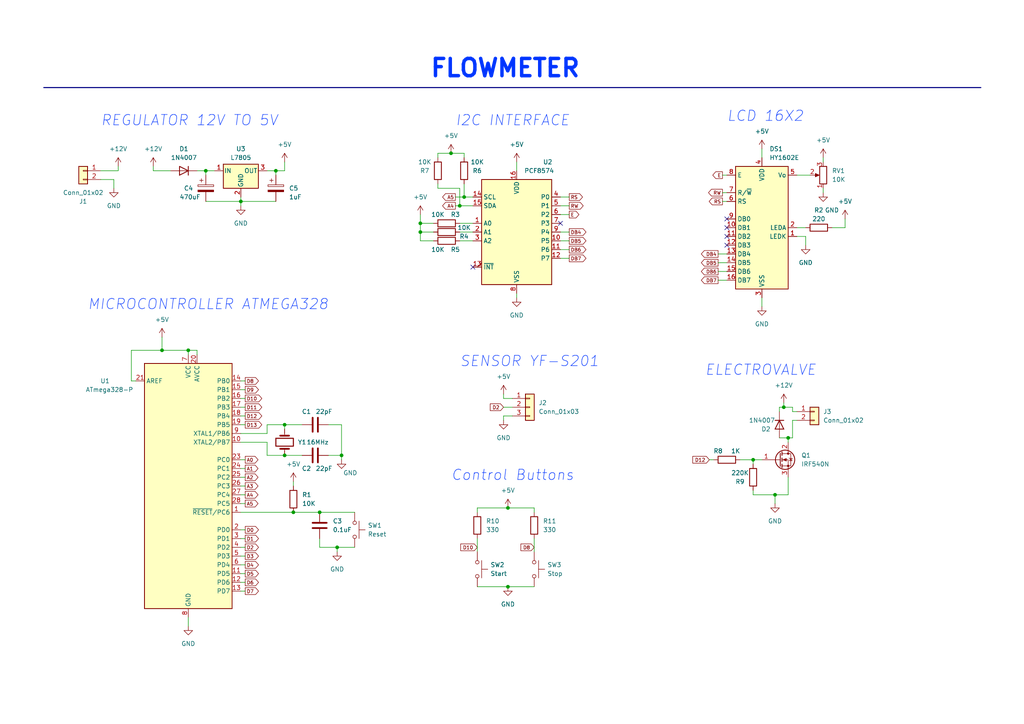
<source format=kicad_sch>
(kicad_sch (version 20230121) (generator eeschema)

  (uuid 42e861f6-fad1-4f3a-b46a-49bff62a93fb)

  (paper "A4")

  (lib_symbols
    (symbol "Connector_Generic:Conn_01x02" (pin_names (offset 1.016) hide) (in_bom yes) (on_board yes)
      (property "Reference" "J" (at 0 2.54 0)
        (effects (font (size 1.27 1.27)))
      )
      (property "Value" "Conn_01x02" (at 0 -5.08 0)
        (effects (font (size 1.27 1.27)))
      )
      (property "Footprint" "" (at 0 0 0)
        (effects (font (size 1.27 1.27)) hide)
      )
      (property "Datasheet" "~" (at 0 0 0)
        (effects (font (size 1.27 1.27)) hide)
      )
      (property "ki_keywords" "connector" (at 0 0 0)
        (effects (font (size 1.27 1.27)) hide)
      )
      (property "ki_description" "Generic connector, single row, 01x02, script generated (kicad-library-utils/schlib/autogen/connector/)" (at 0 0 0)
        (effects (font (size 1.27 1.27)) hide)
      )
      (property "ki_fp_filters" "Connector*:*_1x??_*" (at 0 0 0)
        (effects (font (size 1.27 1.27)) hide)
      )
      (symbol "Conn_01x02_1_1"
        (rectangle (start -1.27 -2.413) (end 0 -2.667)
          (stroke (width 0.1524) (type default))
          (fill (type none))
        )
        (rectangle (start -1.27 0.127) (end 0 -0.127)
          (stroke (width 0.1524) (type default))
          (fill (type none))
        )
        (rectangle (start -1.27 1.27) (end 1.27 -3.81)
          (stroke (width 0.254) (type default))
          (fill (type background))
        )
        (pin passive line (at -5.08 0 0) (length 3.81)
          (name "Pin_1" (effects (font (size 1.27 1.27))))
          (number "1" (effects (font (size 1.27 1.27))))
        )
        (pin passive line (at -5.08 -2.54 0) (length 3.81)
          (name "Pin_2" (effects (font (size 1.27 1.27))))
          (number "2" (effects (font (size 1.27 1.27))))
        )
      )
    )
    (symbol "Connector_Generic:Conn_01x03" (pin_names (offset 1.016) hide) (in_bom yes) (on_board yes)
      (property "Reference" "J" (at 0 5.08 0)
        (effects (font (size 1.27 1.27)))
      )
      (property "Value" "Conn_01x03" (at 0 -5.08 0)
        (effects (font (size 1.27 1.27)))
      )
      (property "Footprint" "" (at 0 0 0)
        (effects (font (size 1.27 1.27)) hide)
      )
      (property "Datasheet" "~" (at 0 0 0)
        (effects (font (size 1.27 1.27)) hide)
      )
      (property "ki_keywords" "connector" (at 0 0 0)
        (effects (font (size 1.27 1.27)) hide)
      )
      (property "ki_description" "Generic connector, single row, 01x03, script generated (kicad-library-utils/schlib/autogen/connector/)" (at 0 0 0)
        (effects (font (size 1.27 1.27)) hide)
      )
      (property "ki_fp_filters" "Connector*:*_1x??_*" (at 0 0 0)
        (effects (font (size 1.27 1.27)) hide)
      )
      (symbol "Conn_01x03_1_1"
        (rectangle (start -1.27 -2.413) (end 0 -2.667)
          (stroke (width 0.1524) (type default))
          (fill (type none))
        )
        (rectangle (start -1.27 0.127) (end 0 -0.127)
          (stroke (width 0.1524) (type default))
          (fill (type none))
        )
        (rectangle (start -1.27 2.667) (end 0 2.413)
          (stroke (width 0.1524) (type default))
          (fill (type none))
        )
        (rectangle (start -1.27 3.81) (end 1.27 -3.81)
          (stroke (width 0.254) (type default))
          (fill (type background))
        )
        (pin passive line (at -5.08 2.54 0) (length 3.81)
          (name "Pin_1" (effects (font (size 1.27 1.27))))
          (number "1" (effects (font (size 1.27 1.27))))
        )
        (pin passive line (at -5.08 0 0) (length 3.81)
          (name "Pin_2" (effects (font (size 1.27 1.27))))
          (number "2" (effects (font (size 1.27 1.27))))
        )
        (pin passive line (at -5.08 -2.54 0) (length 3.81)
          (name "Pin_3" (effects (font (size 1.27 1.27))))
          (number "3" (effects (font (size 1.27 1.27))))
        )
      )
    )
    (symbol "Device:C" (pin_numbers hide) (pin_names (offset 0.254)) (in_bom yes) (on_board yes)
      (property "Reference" "C" (at 0.635 2.54 0)
        (effects (font (size 1.27 1.27)) (justify left))
      )
      (property "Value" "C" (at 0.635 -2.54 0)
        (effects (font (size 1.27 1.27)) (justify left))
      )
      (property "Footprint" "" (at 0.9652 -3.81 0)
        (effects (font (size 1.27 1.27)) hide)
      )
      (property "Datasheet" "~" (at 0 0 0)
        (effects (font (size 1.27 1.27)) hide)
      )
      (property "ki_keywords" "cap capacitor" (at 0 0 0)
        (effects (font (size 1.27 1.27)) hide)
      )
      (property "ki_description" "Unpolarized capacitor" (at 0 0 0)
        (effects (font (size 1.27 1.27)) hide)
      )
      (property "ki_fp_filters" "C_*" (at 0 0 0)
        (effects (font (size 1.27 1.27)) hide)
      )
      (symbol "C_0_1"
        (polyline
          (pts
            (xy -2.032 -0.762)
            (xy 2.032 -0.762)
          )
          (stroke (width 0.508) (type default))
          (fill (type none))
        )
        (polyline
          (pts
            (xy -2.032 0.762)
            (xy 2.032 0.762)
          )
          (stroke (width 0.508) (type default))
          (fill (type none))
        )
      )
      (symbol "C_1_1"
        (pin passive line (at 0 3.81 270) (length 2.794)
          (name "~" (effects (font (size 1.27 1.27))))
          (number "1" (effects (font (size 1.27 1.27))))
        )
        (pin passive line (at 0 -3.81 90) (length 2.794)
          (name "~" (effects (font (size 1.27 1.27))))
          (number "2" (effects (font (size 1.27 1.27))))
        )
      )
    )
    (symbol "Device:C_Polarized" (pin_numbers hide) (pin_names (offset 0.254)) (in_bom yes) (on_board yes)
      (property "Reference" "C" (at 0.635 2.54 0)
        (effects (font (size 1.27 1.27)) (justify left))
      )
      (property "Value" "C_Polarized" (at 0.635 -2.54 0)
        (effects (font (size 1.27 1.27)) (justify left))
      )
      (property "Footprint" "" (at 0.9652 -3.81 0)
        (effects (font (size 1.27 1.27)) hide)
      )
      (property "Datasheet" "~" (at 0 0 0)
        (effects (font (size 1.27 1.27)) hide)
      )
      (property "ki_keywords" "cap capacitor" (at 0 0 0)
        (effects (font (size 1.27 1.27)) hide)
      )
      (property "ki_description" "Polarized capacitor" (at 0 0 0)
        (effects (font (size 1.27 1.27)) hide)
      )
      (property "ki_fp_filters" "CP_*" (at 0 0 0)
        (effects (font (size 1.27 1.27)) hide)
      )
      (symbol "C_Polarized_0_1"
        (rectangle (start -2.286 0.508) (end 2.286 1.016)
          (stroke (width 0) (type default))
          (fill (type none))
        )
        (polyline
          (pts
            (xy -1.778 2.286)
            (xy -0.762 2.286)
          )
          (stroke (width 0) (type default))
          (fill (type none))
        )
        (polyline
          (pts
            (xy -1.27 2.794)
            (xy -1.27 1.778)
          )
          (stroke (width 0) (type default))
          (fill (type none))
        )
        (rectangle (start 2.286 -0.508) (end -2.286 -1.016)
          (stroke (width 0) (type default))
          (fill (type outline))
        )
      )
      (symbol "C_Polarized_1_1"
        (pin passive line (at 0 3.81 270) (length 2.794)
          (name "~" (effects (font (size 1.27 1.27))))
          (number "1" (effects (font (size 1.27 1.27))))
        )
        (pin passive line (at 0 -3.81 90) (length 2.794)
          (name "~" (effects (font (size 1.27 1.27))))
          (number "2" (effects (font (size 1.27 1.27))))
        )
      )
    )
    (symbol "Device:Crystal" (pin_numbers hide) (pin_names (offset 1.016) hide) (in_bom yes) (on_board yes)
      (property "Reference" "Y" (at 0 3.81 0)
        (effects (font (size 1.27 1.27)))
      )
      (property "Value" "Crystal" (at 0 -3.81 0)
        (effects (font (size 1.27 1.27)))
      )
      (property "Footprint" "" (at 0 0 0)
        (effects (font (size 1.27 1.27)) hide)
      )
      (property "Datasheet" "~" (at 0 0 0)
        (effects (font (size 1.27 1.27)) hide)
      )
      (property "ki_keywords" "quartz ceramic resonator oscillator" (at 0 0 0)
        (effects (font (size 1.27 1.27)) hide)
      )
      (property "ki_description" "Two pin crystal" (at 0 0 0)
        (effects (font (size 1.27 1.27)) hide)
      )
      (property "ki_fp_filters" "Crystal*" (at 0 0 0)
        (effects (font (size 1.27 1.27)) hide)
      )
      (symbol "Crystal_0_1"
        (rectangle (start -1.143 2.54) (end 1.143 -2.54)
          (stroke (width 0.3048) (type default))
          (fill (type none))
        )
        (polyline
          (pts
            (xy -2.54 0)
            (xy -1.905 0)
          )
          (stroke (width 0) (type default))
          (fill (type none))
        )
        (polyline
          (pts
            (xy -1.905 -1.27)
            (xy -1.905 1.27)
          )
          (stroke (width 0.508) (type default))
          (fill (type none))
        )
        (polyline
          (pts
            (xy 1.905 -1.27)
            (xy 1.905 1.27)
          )
          (stroke (width 0.508) (type default))
          (fill (type none))
        )
        (polyline
          (pts
            (xy 2.54 0)
            (xy 1.905 0)
          )
          (stroke (width 0) (type default))
          (fill (type none))
        )
      )
      (symbol "Crystal_1_1"
        (pin passive line (at -3.81 0 0) (length 1.27)
          (name "1" (effects (font (size 1.27 1.27))))
          (number "1" (effects (font (size 1.27 1.27))))
        )
        (pin passive line (at 3.81 0 180) (length 1.27)
          (name "2" (effects (font (size 1.27 1.27))))
          (number "2" (effects (font (size 1.27 1.27))))
        )
      )
    )
    (symbol "Device:R" (pin_numbers hide) (pin_names (offset 0)) (in_bom yes) (on_board yes)
      (property "Reference" "R" (at 2.032 0 90)
        (effects (font (size 1.27 1.27)))
      )
      (property "Value" "R" (at 0 0 90)
        (effects (font (size 1.27 1.27)))
      )
      (property "Footprint" "" (at -1.778 0 90)
        (effects (font (size 1.27 1.27)) hide)
      )
      (property "Datasheet" "~" (at 0 0 0)
        (effects (font (size 1.27 1.27)) hide)
      )
      (property "ki_keywords" "R res resistor" (at 0 0 0)
        (effects (font (size 1.27 1.27)) hide)
      )
      (property "ki_description" "Resistor" (at 0 0 0)
        (effects (font (size 1.27 1.27)) hide)
      )
      (property "ki_fp_filters" "R_*" (at 0 0 0)
        (effects (font (size 1.27 1.27)) hide)
      )
      (symbol "R_0_1"
        (rectangle (start -1.016 -2.54) (end 1.016 2.54)
          (stroke (width 0.254) (type default))
          (fill (type none))
        )
      )
      (symbol "R_1_1"
        (pin passive line (at 0 3.81 270) (length 1.27)
          (name "~" (effects (font (size 1.27 1.27))))
          (number "1" (effects (font (size 1.27 1.27))))
        )
        (pin passive line (at 0 -3.81 90) (length 1.27)
          (name "~" (effects (font (size 1.27 1.27))))
          (number "2" (effects (font (size 1.27 1.27))))
        )
      )
    )
    (symbol "Device:R_Potentiometer" (pin_names (offset 1.016) hide) (in_bom yes) (on_board yes)
      (property "Reference" "RV" (at -4.445 0 90)
        (effects (font (size 1.27 1.27)))
      )
      (property "Value" "R_Potentiometer" (at -2.54 0 90)
        (effects (font (size 1.27 1.27)))
      )
      (property "Footprint" "" (at 0 0 0)
        (effects (font (size 1.27 1.27)) hide)
      )
      (property "Datasheet" "~" (at 0 0 0)
        (effects (font (size 1.27 1.27)) hide)
      )
      (property "ki_keywords" "resistor variable" (at 0 0 0)
        (effects (font (size 1.27 1.27)) hide)
      )
      (property "ki_description" "Potentiometer" (at 0 0 0)
        (effects (font (size 1.27 1.27)) hide)
      )
      (property "ki_fp_filters" "Potentiometer*" (at 0 0 0)
        (effects (font (size 1.27 1.27)) hide)
      )
      (symbol "R_Potentiometer_0_1"
        (polyline
          (pts
            (xy 2.54 0)
            (xy 1.524 0)
          )
          (stroke (width 0) (type default))
          (fill (type none))
        )
        (polyline
          (pts
            (xy 1.143 0)
            (xy 2.286 0.508)
            (xy 2.286 -0.508)
            (xy 1.143 0)
          )
          (stroke (width 0) (type default))
          (fill (type outline))
        )
        (rectangle (start 1.016 2.54) (end -1.016 -2.54)
          (stroke (width 0.254) (type default))
          (fill (type none))
        )
      )
      (symbol "R_Potentiometer_1_1"
        (pin passive line (at 0 3.81 270) (length 1.27)
          (name "1" (effects (font (size 1.27 1.27))))
          (number "1" (effects (font (size 1.27 1.27))))
        )
        (pin passive line (at 3.81 0 180) (length 1.27)
          (name "2" (effects (font (size 1.27 1.27))))
          (number "2" (effects (font (size 1.27 1.27))))
        )
        (pin passive line (at 0 -3.81 90) (length 1.27)
          (name "3" (effects (font (size 1.27 1.27))))
          (number "3" (effects (font (size 1.27 1.27))))
        )
      )
    )
    (symbol "Diode:1N4007" (pin_numbers hide) (pin_names hide) (in_bom yes) (on_board yes)
      (property "Reference" "D" (at 0 2.54 0)
        (effects (font (size 1.27 1.27)))
      )
      (property "Value" "1N4007" (at 0 -2.54 0)
        (effects (font (size 1.27 1.27)))
      )
      (property "Footprint" "Diode_THT:D_DO-41_SOD81_P10.16mm_Horizontal" (at 0 -4.445 0)
        (effects (font (size 1.27 1.27)) hide)
      )
      (property "Datasheet" "http://www.vishay.com/docs/88503/1n4001.pdf" (at 0 0 0)
        (effects (font (size 1.27 1.27)) hide)
      )
      (property "Sim.Device" "D" (at 0 0 0)
        (effects (font (size 1.27 1.27)) hide)
      )
      (property "Sim.Pins" "1=K 2=A" (at 0 0 0)
        (effects (font (size 1.27 1.27)) hide)
      )
      (property "ki_keywords" "diode" (at 0 0 0)
        (effects (font (size 1.27 1.27)) hide)
      )
      (property "ki_description" "1000V 1A General Purpose Rectifier Diode, DO-41" (at 0 0 0)
        (effects (font (size 1.27 1.27)) hide)
      )
      (property "ki_fp_filters" "D*DO?41*" (at 0 0 0)
        (effects (font (size 1.27 1.27)) hide)
      )
      (symbol "1N4007_0_1"
        (polyline
          (pts
            (xy -1.27 1.27)
            (xy -1.27 -1.27)
          )
          (stroke (width 0.254) (type default))
          (fill (type none))
        )
        (polyline
          (pts
            (xy 1.27 0)
            (xy -1.27 0)
          )
          (stroke (width 0) (type default))
          (fill (type none))
        )
        (polyline
          (pts
            (xy 1.27 1.27)
            (xy 1.27 -1.27)
            (xy -1.27 0)
            (xy 1.27 1.27)
          )
          (stroke (width 0.254) (type default))
          (fill (type none))
        )
      )
      (symbol "1N4007_1_1"
        (pin passive line (at -3.81 0 0) (length 2.54)
          (name "K" (effects (font (size 1.27 1.27))))
          (number "1" (effects (font (size 1.27 1.27))))
        )
        (pin passive line (at 3.81 0 180) (length 2.54)
          (name "A" (effects (font (size 1.27 1.27))))
          (number "2" (effects (font (size 1.27 1.27))))
        )
      )
    )
    (symbol "Display_Character:HY1602E" (in_bom yes) (on_board yes)
      (property "Reference" "DS" (at -6.096 19.05 0)
        (effects (font (size 1.27 1.27)))
      )
      (property "Value" "HY1602E" (at 5.08 19.05 0)
        (effects (font (size 1.27 1.27)))
      )
      (property "Footprint" "Display:HY1602E" (at 0 -22.86 0)
        (effects (font (size 1.27 1.27) italic) hide)
      )
      (property "Datasheet" "http://www.icbank.com/data/ICBShop/board/HY1602E.pdf" (at 5.08 2.54 0)
        (effects (font (size 1.27 1.27)) hide)
      )
      (property "ki_keywords" "display LCD 7-segment" (at 0 0 0)
        (effects (font (size 1.27 1.27)) hide)
      )
      (property "ki_description" "LCD 16x2 Alphanumeric 16pin Blue/Yellow/Green Backlight, 8bit parallel, 5V VDD" (at 0 0 0)
        (effects (font (size 1.27 1.27)) hide)
      )
      (property "ki_fp_filters" "*HY1602E*" (at 0 0 0)
        (effects (font (size 1.27 1.27)) hide)
      )
      (symbol "HY1602E_0_1"
        (rectangle (start -7.62 17.78) (end 7.62 -17.78)
          (stroke (width 0.254) (type default))
          (fill (type background))
        )
      )
      (symbol "HY1602E_1_1"
        (pin passive line (at 10.16 -2.54 180) (length 2.54)
          (name "LEDK" (effects (font (size 1.27 1.27))))
          (number "1" (effects (font (size 1.27 1.27))))
        )
        (pin bidirectional line (at -10.16 0 0) (length 2.54)
          (name "DB1" (effects (font (size 1.27 1.27))))
          (number "10" (effects (font (size 1.27 1.27))))
        )
        (pin bidirectional line (at -10.16 -2.54 0) (length 2.54)
          (name "DB2" (effects (font (size 1.27 1.27))))
          (number "11" (effects (font (size 1.27 1.27))))
        )
        (pin bidirectional line (at -10.16 -5.08 0) (length 2.54)
          (name "DB3" (effects (font (size 1.27 1.27))))
          (number "12" (effects (font (size 1.27 1.27))))
        )
        (pin bidirectional line (at -10.16 -7.62 0) (length 2.54)
          (name "DB4" (effects (font (size 1.27 1.27))))
          (number "13" (effects (font (size 1.27 1.27))))
        )
        (pin bidirectional line (at -10.16 -10.16 0) (length 2.54)
          (name "DB5" (effects (font (size 1.27 1.27))))
          (number "14" (effects (font (size 1.27 1.27))))
        )
        (pin bidirectional line (at -10.16 -12.7 0) (length 2.54)
          (name "DB6" (effects (font (size 1.27 1.27))))
          (number "15" (effects (font (size 1.27 1.27))))
        )
        (pin bidirectional line (at -10.16 -15.24 0) (length 2.54)
          (name "DB7" (effects (font (size 1.27 1.27))))
          (number "16" (effects (font (size 1.27 1.27))))
        )
        (pin passive line (at 10.16 0 180) (length 2.54)
          (name "LEDA" (effects (font (size 1.27 1.27))))
          (number "2" (effects (font (size 1.27 1.27))))
        )
        (pin power_in line (at 0 -20.32 90) (length 2.54)
          (name "VSS" (effects (font (size 1.27 1.27))))
          (number "3" (effects (font (size 1.27 1.27))))
        )
        (pin power_in line (at 0 20.32 270) (length 2.54)
          (name "VDD" (effects (font (size 1.27 1.27))))
          (number "4" (effects (font (size 1.27 1.27))))
        )
        (pin input line (at 10.16 15.24 180) (length 2.54)
          (name "Vo" (effects (font (size 1.27 1.27))))
          (number "5" (effects (font (size 1.27 1.27))))
        )
        (pin input line (at -10.16 7.62 0) (length 2.54)
          (name "RS" (effects (font (size 1.27 1.27))))
          (number "6" (effects (font (size 1.27 1.27))))
        )
        (pin input line (at -10.16 10.16 0) (length 2.54)
          (name "R/~{W}" (effects (font (size 1.27 1.27))))
          (number "7" (effects (font (size 1.27 1.27))))
        )
        (pin input line (at -10.16 15.24 0) (length 2.54)
          (name "E" (effects (font (size 1.27 1.27))))
          (number "8" (effects (font (size 1.27 1.27))))
        )
        (pin bidirectional line (at -10.16 2.54 0) (length 2.54)
          (name "DB0" (effects (font (size 1.27 1.27))))
          (number "9" (effects (font (size 1.27 1.27))))
        )
      )
    )
    (symbol "Interface_Expansion:PCF8574" (in_bom yes) (on_board yes)
      (property "Reference" "U" (at -8.89 16.51 0)
        (effects (font (size 1.27 1.27)) (justify left))
      )
      (property "Value" "PCF8574" (at 2.54 16.51 0)
        (effects (font (size 1.27 1.27)) (justify left))
      )
      (property "Footprint" "" (at 0 0 0)
        (effects (font (size 1.27 1.27)) hide)
      )
      (property "Datasheet" "http://www.nxp.com/docs/en/data-sheet/PCF8574_PCF8574A.pdf" (at 0 0 0)
        (effects (font (size 1.27 1.27)) hide)
      )
      (property "ki_keywords" "I2C Expander" (at 0 0 0)
        (effects (font (size 1.27 1.27)) hide)
      )
      (property "ki_description" "8 Bit Port/Expander to I2C Bus, DIP/SOIC-16" (at 0 0 0)
        (effects (font (size 1.27 1.27)) hide)
      )
      (property "ki_fp_filters" "DIP*W7.62mm* SOIC*7.5x10.3mm*P1.27mm*" (at 0 0 0)
        (effects (font (size 1.27 1.27)) hide)
      )
      (symbol "PCF8574_0_1"
        (rectangle (start -10.16 15.24) (end 10.16 -15.24)
          (stroke (width 0.254) (type default))
          (fill (type background))
        )
      )
      (symbol "PCF8574_1_1"
        (pin input line (at -12.7 2.54 0) (length 2.54)
          (name "A0" (effects (font (size 1.27 1.27))))
          (number "1" (effects (font (size 1.27 1.27))))
        )
        (pin bidirectional line (at 12.7 -2.54 180) (length 2.54)
          (name "P5" (effects (font (size 1.27 1.27))))
          (number "10" (effects (font (size 1.27 1.27))))
        )
        (pin bidirectional line (at 12.7 -5.08 180) (length 2.54)
          (name "P6" (effects (font (size 1.27 1.27))))
          (number "11" (effects (font (size 1.27 1.27))))
        )
        (pin bidirectional line (at 12.7 -7.62 180) (length 2.54)
          (name "P7" (effects (font (size 1.27 1.27))))
          (number "12" (effects (font (size 1.27 1.27))))
        )
        (pin open_collector output_low (at -12.7 -10.16 0) (length 2.54)
          (name "~{INT}" (effects (font (size 1.27 1.27))))
          (number "13" (effects (font (size 1.27 1.27))))
        )
        (pin input line (at -12.7 10.16 0) (length 2.54)
          (name "SCL" (effects (font (size 1.27 1.27))))
          (number "14" (effects (font (size 1.27 1.27))))
        )
        (pin bidirectional line (at -12.7 7.62 0) (length 2.54)
          (name "SDA" (effects (font (size 1.27 1.27))))
          (number "15" (effects (font (size 1.27 1.27))))
        )
        (pin power_in line (at 0 17.78 270) (length 2.54)
          (name "VDD" (effects (font (size 1.27 1.27))))
          (number "16" (effects (font (size 1.27 1.27))))
        )
        (pin input line (at -12.7 0 0) (length 2.54)
          (name "A1" (effects (font (size 1.27 1.27))))
          (number "2" (effects (font (size 1.27 1.27))))
        )
        (pin input line (at -12.7 -2.54 0) (length 2.54)
          (name "A2" (effects (font (size 1.27 1.27))))
          (number "3" (effects (font (size 1.27 1.27))))
        )
        (pin bidirectional line (at 12.7 10.16 180) (length 2.54)
          (name "P0" (effects (font (size 1.27 1.27))))
          (number "4" (effects (font (size 1.27 1.27))))
        )
        (pin bidirectional line (at 12.7 7.62 180) (length 2.54)
          (name "P1" (effects (font (size 1.27 1.27))))
          (number "5" (effects (font (size 1.27 1.27))))
        )
        (pin bidirectional line (at 12.7 5.08 180) (length 2.54)
          (name "P2" (effects (font (size 1.27 1.27))))
          (number "6" (effects (font (size 1.27 1.27))))
        )
        (pin bidirectional line (at 12.7 2.54 180) (length 2.54)
          (name "P3" (effects (font (size 1.27 1.27))))
          (number "7" (effects (font (size 1.27 1.27))))
        )
        (pin power_in line (at 0 -17.78 90) (length 2.54)
          (name "VSS" (effects (font (size 1.27 1.27))))
          (number "8" (effects (font (size 1.27 1.27))))
        )
        (pin bidirectional line (at 12.7 0 180) (length 2.54)
          (name "P4" (effects (font (size 1.27 1.27))))
          (number "9" (effects (font (size 1.27 1.27))))
        )
      )
    )
    (symbol "MCU_Microchip_ATmega:ATmega328-P" (in_bom yes) (on_board yes)
      (property "Reference" "U" (at -12.7 36.83 0)
        (effects (font (size 1.27 1.27)) (justify left bottom))
      )
      (property "Value" "ATmega328-P" (at 2.54 -36.83 0)
        (effects (font (size 1.27 1.27)) (justify left top))
      )
      (property "Footprint" "Package_DIP:DIP-28_W7.62mm" (at 0 0 0)
        (effects (font (size 1.27 1.27) italic) hide)
      )
      (property "Datasheet" "http://ww1.microchip.com/downloads/en/DeviceDoc/ATmega328_P%20AVR%20MCU%20with%20picoPower%20Technology%20Data%20Sheet%2040001984A.pdf" (at 0 0 0)
        (effects (font (size 1.27 1.27)) hide)
      )
      (property "ki_keywords" "AVR 8bit Microcontroller MegaAVR" (at 0 0 0)
        (effects (font (size 1.27 1.27)) hide)
      )
      (property "ki_description" "20MHz, 32kB Flash, 2kB SRAM, 1kB EEPROM, DIP-28" (at 0 0 0)
        (effects (font (size 1.27 1.27)) hide)
      )
      (property "ki_fp_filters" "DIP*W7.62mm*" (at 0 0 0)
        (effects (font (size 1.27 1.27)) hide)
      )
      (symbol "ATmega328-P_0_1"
        (rectangle (start -12.7 -35.56) (end 12.7 35.56)
          (stroke (width 0.254) (type default))
          (fill (type background))
        )
      )
      (symbol "ATmega328-P_1_1"
        (pin bidirectional line (at 15.24 -7.62 180) (length 2.54)
          (name "~{RESET}/PC6" (effects (font (size 1.27 1.27))))
          (number "1" (effects (font (size 1.27 1.27))))
        )
        (pin bidirectional line (at 15.24 12.7 180) (length 2.54)
          (name "XTAL2/PB7" (effects (font (size 1.27 1.27))))
          (number "10" (effects (font (size 1.27 1.27))))
        )
        (pin bidirectional line (at 15.24 -25.4 180) (length 2.54)
          (name "PD5" (effects (font (size 1.27 1.27))))
          (number "11" (effects (font (size 1.27 1.27))))
        )
        (pin bidirectional line (at 15.24 -27.94 180) (length 2.54)
          (name "PD6" (effects (font (size 1.27 1.27))))
          (number "12" (effects (font (size 1.27 1.27))))
        )
        (pin bidirectional line (at 15.24 -30.48 180) (length 2.54)
          (name "PD7" (effects (font (size 1.27 1.27))))
          (number "13" (effects (font (size 1.27 1.27))))
        )
        (pin bidirectional line (at 15.24 30.48 180) (length 2.54)
          (name "PB0" (effects (font (size 1.27 1.27))))
          (number "14" (effects (font (size 1.27 1.27))))
        )
        (pin bidirectional line (at 15.24 27.94 180) (length 2.54)
          (name "PB1" (effects (font (size 1.27 1.27))))
          (number "15" (effects (font (size 1.27 1.27))))
        )
        (pin bidirectional line (at 15.24 25.4 180) (length 2.54)
          (name "PB2" (effects (font (size 1.27 1.27))))
          (number "16" (effects (font (size 1.27 1.27))))
        )
        (pin bidirectional line (at 15.24 22.86 180) (length 2.54)
          (name "PB3" (effects (font (size 1.27 1.27))))
          (number "17" (effects (font (size 1.27 1.27))))
        )
        (pin bidirectional line (at 15.24 20.32 180) (length 2.54)
          (name "PB4" (effects (font (size 1.27 1.27))))
          (number "18" (effects (font (size 1.27 1.27))))
        )
        (pin bidirectional line (at 15.24 17.78 180) (length 2.54)
          (name "PB5" (effects (font (size 1.27 1.27))))
          (number "19" (effects (font (size 1.27 1.27))))
        )
        (pin bidirectional line (at 15.24 -12.7 180) (length 2.54)
          (name "PD0" (effects (font (size 1.27 1.27))))
          (number "2" (effects (font (size 1.27 1.27))))
        )
        (pin power_in line (at 2.54 38.1 270) (length 2.54)
          (name "AVCC" (effects (font (size 1.27 1.27))))
          (number "20" (effects (font (size 1.27 1.27))))
        )
        (pin passive line (at -15.24 30.48 0) (length 2.54)
          (name "AREF" (effects (font (size 1.27 1.27))))
          (number "21" (effects (font (size 1.27 1.27))))
        )
        (pin passive line (at 0 -38.1 90) (length 2.54) hide
          (name "GND" (effects (font (size 1.27 1.27))))
          (number "22" (effects (font (size 1.27 1.27))))
        )
        (pin bidirectional line (at 15.24 7.62 180) (length 2.54)
          (name "PC0" (effects (font (size 1.27 1.27))))
          (number "23" (effects (font (size 1.27 1.27))))
        )
        (pin bidirectional line (at 15.24 5.08 180) (length 2.54)
          (name "PC1" (effects (font (size 1.27 1.27))))
          (number "24" (effects (font (size 1.27 1.27))))
        )
        (pin bidirectional line (at 15.24 2.54 180) (length 2.54)
          (name "PC2" (effects (font (size 1.27 1.27))))
          (number "25" (effects (font (size 1.27 1.27))))
        )
        (pin bidirectional line (at 15.24 0 180) (length 2.54)
          (name "PC3" (effects (font (size 1.27 1.27))))
          (number "26" (effects (font (size 1.27 1.27))))
        )
        (pin bidirectional line (at 15.24 -2.54 180) (length 2.54)
          (name "PC4" (effects (font (size 1.27 1.27))))
          (number "27" (effects (font (size 1.27 1.27))))
        )
        (pin bidirectional line (at 15.24 -5.08 180) (length 2.54)
          (name "PC5" (effects (font (size 1.27 1.27))))
          (number "28" (effects (font (size 1.27 1.27))))
        )
        (pin bidirectional line (at 15.24 -15.24 180) (length 2.54)
          (name "PD1" (effects (font (size 1.27 1.27))))
          (number "3" (effects (font (size 1.27 1.27))))
        )
        (pin bidirectional line (at 15.24 -17.78 180) (length 2.54)
          (name "PD2" (effects (font (size 1.27 1.27))))
          (number "4" (effects (font (size 1.27 1.27))))
        )
        (pin bidirectional line (at 15.24 -20.32 180) (length 2.54)
          (name "PD3" (effects (font (size 1.27 1.27))))
          (number "5" (effects (font (size 1.27 1.27))))
        )
        (pin bidirectional line (at 15.24 -22.86 180) (length 2.54)
          (name "PD4" (effects (font (size 1.27 1.27))))
          (number "6" (effects (font (size 1.27 1.27))))
        )
        (pin power_in line (at 0 38.1 270) (length 2.54)
          (name "VCC" (effects (font (size 1.27 1.27))))
          (number "7" (effects (font (size 1.27 1.27))))
        )
        (pin power_in line (at 0 -38.1 90) (length 2.54)
          (name "GND" (effects (font (size 1.27 1.27))))
          (number "8" (effects (font (size 1.27 1.27))))
        )
        (pin bidirectional line (at 15.24 15.24 180) (length 2.54)
          (name "XTAL1/PB6" (effects (font (size 1.27 1.27))))
          (number "9" (effects (font (size 1.27 1.27))))
        )
      )
    )
    (symbol "Regulator_Linear:L7805" (pin_names (offset 0.254)) (in_bom yes) (on_board yes)
      (property "Reference" "U" (at -3.81 3.175 0)
        (effects (font (size 1.27 1.27)))
      )
      (property "Value" "L7805" (at 0 3.175 0)
        (effects (font (size 1.27 1.27)) (justify left))
      )
      (property "Footprint" "" (at 0.635 -3.81 0)
        (effects (font (size 1.27 1.27) italic) (justify left) hide)
      )
      (property "Datasheet" "http://www.st.com/content/ccc/resource/technical/document/datasheet/41/4f/b3/b0/12/d4/47/88/CD00000444.pdf/files/CD00000444.pdf/jcr:content/translations/en.CD00000444.pdf" (at 0 -1.27 0)
        (effects (font (size 1.27 1.27)) hide)
      )
      (property "ki_keywords" "Voltage Regulator 1.5A Positive" (at 0 0 0)
        (effects (font (size 1.27 1.27)) hide)
      )
      (property "ki_description" "Positive 1.5A 35V Linear Regulator, Fixed Output 5V, TO-220/TO-263/TO-252" (at 0 0 0)
        (effects (font (size 1.27 1.27)) hide)
      )
      (property "ki_fp_filters" "TO?252* TO?263* TO?220*" (at 0 0 0)
        (effects (font (size 1.27 1.27)) hide)
      )
      (symbol "L7805_0_1"
        (rectangle (start -5.08 1.905) (end 5.08 -5.08)
          (stroke (width 0.254) (type default))
          (fill (type background))
        )
      )
      (symbol "L7805_1_1"
        (pin power_in line (at -7.62 0 0) (length 2.54)
          (name "IN" (effects (font (size 1.27 1.27))))
          (number "1" (effects (font (size 1.27 1.27))))
        )
        (pin power_in line (at 0 -7.62 90) (length 2.54)
          (name "GND" (effects (font (size 1.27 1.27))))
          (number "2" (effects (font (size 1.27 1.27))))
        )
        (pin power_out line (at 7.62 0 180) (length 2.54)
          (name "OUT" (effects (font (size 1.27 1.27))))
          (number "3" (effects (font (size 1.27 1.27))))
        )
      )
    )
    (symbol "Switch:SW_Push" (pin_numbers hide) (pin_names (offset 1.016) hide) (in_bom yes) (on_board yes)
      (property "Reference" "SW" (at 1.27 2.54 0)
        (effects (font (size 1.27 1.27)) (justify left))
      )
      (property "Value" "SW_Push" (at 0 -1.524 0)
        (effects (font (size 1.27 1.27)))
      )
      (property "Footprint" "" (at 0 5.08 0)
        (effects (font (size 1.27 1.27)) hide)
      )
      (property "Datasheet" "~" (at 0 5.08 0)
        (effects (font (size 1.27 1.27)) hide)
      )
      (property "ki_keywords" "switch normally-open pushbutton push-button" (at 0 0 0)
        (effects (font (size 1.27 1.27)) hide)
      )
      (property "ki_description" "Push button switch, generic, two pins" (at 0 0 0)
        (effects (font (size 1.27 1.27)) hide)
      )
      (symbol "SW_Push_0_1"
        (circle (center -2.032 0) (radius 0.508)
          (stroke (width 0) (type default))
          (fill (type none))
        )
        (polyline
          (pts
            (xy 0 1.27)
            (xy 0 3.048)
          )
          (stroke (width 0) (type default))
          (fill (type none))
        )
        (polyline
          (pts
            (xy 2.54 1.27)
            (xy -2.54 1.27)
          )
          (stroke (width 0) (type default))
          (fill (type none))
        )
        (circle (center 2.032 0) (radius 0.508)
          (stroke (width 0) (type default))
          (fill (type none))
        )
        (pin passive line (at -5.08 0 0) (length 2.54)
          (name "1" (effects (font (size 1.27 1.27))))
          (number "1" (effects (font (size 1.27 1.27))))
        )
        (pin passive line (at 5.08 0 180) (length 2.54)
          (name "2" (effects (font (size 1.27 1.27))))
          (number "2" (effects (font (size 1.27 1.27))))
        )
      )
    )
    (symbol "Transistor_FET:IRF540N" (pin_names hide) (in_bom yes) (on_board yes)
      (property "Reference" "Q" (at 6.35 1.905 0)
        (effects (font (size 1.27 1.27)) (justify left))
      )
      (property "Value" "IRF540N" (at 6.35 0 0)
        (effects (font (size 1.27 1.27)) (justify left))
      )
      (property "Footprint" "Package_TO_SOT_THT:TO-220-3_Vertical" (at 6.35 -1.905 0)
        (effects (font (size 1.27 1.27) italic) (justify left) hide)
      )
      (property "Datasheet" "http://www.irf.com/product-info/datasheets/data/irf540n.pdf" (at 0 0 0)
        (effects (font (size 1.27 1.27)) (justify left) hide)
      )
      (property "ki_keywords" "HEXFET N-Channel MOSFET" (at 0 0 0)
        (effects (font (size 1.27 1.27)) hide)
      )
      (property "ki_description" "33A Id, 100V Vds, HEXFET N-Channel MOSFET, TO-220" (at 0 0 0)
        (effects (font (size 1.27 1.27)) hide)
      )
      (property "ki_fp_filters" "TO?220*" (at 0 0 0)
        (effects (font (size 1.27 1.27)) hide)
      )
      (symbol "IRF540N_0_1"
        (polyline
          (pts
            (xy 0.254 0)
            (xy -2.54 0)
          )
          (stroke (width 0) (type default))
          (fill (type none))
        )
        (polyline
          (pts
            (xy 0.254 1.905)
            (xy 0.254 -1.905)
          )
          (stroke (width 0.254) (type default))
          (fill (type none))
        )
        (polyline
          (pts
            (xy 0.762 -1.27)
            (xy 0.762 -2.286)
          )
          (stroke (width 0.254) (type default))
          (fill (type none))
        )
        (polyline
          (pts
            (xy 0.762 0.508)
            (xy 0.762 -0.508)
          )
          (stroke (width 0.254) (type default))
          (fill (type none))
        )
        (polyline
          (pts
            (xy 0.762 2.286)
            (xy 0.762 1.27)
          )
          (stroke (width 0.254) (type default))
          (fill (type none))
        )
        (polyline
          (pts
            (xy 2.54 2.54)
            (xy 2.54 1.778)
          )
          (stroke (width 0) (type default))
          (fill (type none))
        )
        (polyline
          (pts
            (xy 2.54 -2.54)
            (xy 2.54 0)
            (xy 0.762 0)
          )
          (stroke (width 0) (type default))
          (fill (type none))
        )
        (polyline
          (pts
            (xy 0.762 -1.778)
            (xy 3.302 -1.778)
            (xy 3.302 1.778)
            (xy 0.762 1.778)
          )
          (stroke (width 0) (type default))
          (fill (type none))
        )
        (polyline
          (pts
            (xy 1.016 0)
            (xy 2.032 0.381)
            (xy 2.032 -0.381)
            (xy 1.016 0)
          )
          (stroke (width 0) (type default))
          (fill (type outline))
        )
        (polyline
          (pts
            (xy 2.794 0.508)
            (xy 2.921 0.381)
            (xy 3.683 0.381)
            (xy 3.81 0.254)
          )
          (stroke (width 0) (type default))
          (fill (type none))
        )
        (polyline
          (pts
            (xy 3.302 0.381)
            (xy 2.921 -0.254)
            (xy 3.683 -0.254)
            (xy 3.302 0.381)
          )
          (stroke (width 0) (type default))
          (fill (type none))
        )
        (circle (center 1.651 0) (radius 2.794)
          (stroke (width 0.254) (type default))
          (fill (type none))
        )
        (circle (center 2.54 -1.778) (radius 0.254)
          (stroke (width 0) (type default))
          (fill (type outline))
        )
        (circle (center 2.54 1.778) (radius 0.254)
          (stroke (width 0) (type default))
          (fill (type outline))
        )
      )
      (symbol "IRF540N_1_1"
        (pin input line (at -5.08 0 0) (length 2.54)
          (name "G" (effects (font (size 1.27 1.27))))
          (number "1" (effects (font (size 1.27 1.27))))
        )
        (pin passive line (at 2.54 5.08 270) (length 2.54)
          (name "D" (effects (font (size 1.27 1.27))))
          (number "2" (effects (font (size 1.27 1.27))))
        )
        (pin passive line (at 2.54 -5.08 90) (length 2.54)
          (name "S" (effects (font (size 1.27 1.27))))
          (number "3" (effects (font (size 1.27 1.27))))
        )
      )
    )
    (symbol "power:+12V" (power) (pin_names (offset 0)) (in_bom yes) (on_board yes)
      (property "Reference" "#PWR" (at 0 -3.81 0)
        (effects (font (size 1.27 1.27)) hide)
      )
      (property "Value" "+12V" (at 0 3.556 0)
        (effects (font (size 1.27 1.27)))
      )
      (property "Footprint" "" (at 0 0 0)
        (effects (font (size 1.27 1.27)) hide)
      )
      (property "Datasheet" "" (at 0 0 0)
        (effects (font (size 1.27 1.27)) hide)
      )
      (property "ki_keywords" "global power" (at 0 0 0)
        (effects (font (size 1.27 1.27)) hide)
      )
      (property "ki_description" "Power symbol creates a global label with name \"+12V\"" (at 0 0 0)
        (effects (font (size 1.27 1.27)) hide)
      )
      (symbol "+12V_0_1"
        (polyline
          (pts
            (xy -0.762 1.27)
            (xy 0 2.54)
          )
          (stroke (width 0) (type default))
          (fill (type none))
        )
        (polyline
          (pts
            (xy 0 0)
            (xy 0 2.54)
          )
          (stroke (width 0) (type default))
          (fill (type none))
        )
        (polyline
          (pts
            (xy 0 2.54)
            (xy 0.762 1.27)
          )
          (stroke (width 0) (type default))
          (fill (type none))
        )
      )
      (symbol "+12V_1_1"
        (pin power_in line (at 0 0 90) (length 0) hide
          (name "+12V" (effects (font (size 1.27 1.27))))
          (number "1" (effects (font (size 1.27 1.27))))
        )
      )
    )
    (symbol "power:+5V" (power) (pin_names (offset 0)) (in_bom yes) (on_board yes)
      (property "Reference" "#PWR" (at 0 -3.81 0)
        (effects (font (size 1.27 1.27)) hide)
      )
      (property "Value" "+5V" (at 0 3.556 0)
        (effects (font (size 1.27 1.27)))
      )
      (property "Footprint" "" (at 0 0 0)
        (effects (font (size 1.27 1.27)) hide)
      )
      (property "Datasheet" "" (at 0 0 0)
        (effects (font (size 1.27 1.27)) hide)
      )
      (property "ki_keywords" "global power" (at 0 0 0)
        (effects (font (size 1.27 1.27)) hide)
      )
      (property "ki_description" "Power symbol creates a global label with name \"+5V\"" (at 0 0 0)
        (effects (font (size 1.27 1.27)) hide)
      )
      (symbol "+5V_0_1"
        (polyline
          (pts
            (xy -0.762 1.27)
            (xy 0 2.54)
          )
          (stroke (width 0) (type default))
          (fill (type none))
        )
        (polyline
          (pts
            (xy 0 0)
            (xy 0 2.54)
          )
          (stroke (width 0) (type default))
          (fill (type none))
        )
        (polyline
          (pts
            (xy 0 2.54)
            (xy 0.762 1.27)
          )
          (stroke (width 0) (type default))
          (fill (type none))
        )
      )
      (symbol "+5V_1_1"
        (pin power_in line (at 0 0 90) (length 0) hide
          (name "+5V" (effects (font (size 1.27 1.27))))
          (number "1" (effects (font (size 1.27 1.27))))
        )
      )
    )
    (symbol "power:GND" (power) (pin_names (offset 0)) (in_bom yes) (on_board yes)
      (property "Reference" "#PWR" (at 0 -6.35 0)
        (effects (font (size 1.27 1.27)) hide)
      )
      (property "Value" "GND" (at 0 -3.81 0)
        (effects (font (size 1.27 1.27)))
      )
      (property "Footprint" "" (at 0 0 0)
        (effects (font (size 1.27 1.27)) hide)
      )
      (property "Datasheet" "" (at 0 0 0)
        (effects (font (size 1.27 1.27)) hide)
      )
      (property "ki_keywords" "global power" (at 0 0 0)
        (effects (font (size 1.27 1.27)) hide)
      )
      (property "ki_description" "Power symbol creates a global label with name \"GND\" , ground" (at 0 0 0)
        (effects (font (size 1.27 1.27)) hide)
      )
      (symbol "GND_0_1"
        (polyline
          (pts
            (xy 0 0)
            (xy 0 -1.27)
            (xy 1.27 -1.27)
            (xy 0 -2.54)
            (xy -1.27 -1.27)
            (xy 0 -1.27)
          )
          (stroke (width 0) (type default))
          (fill (type none))
        )
      )
      (symbol "GND_1_1"
        (pin power_in line (at 0 0 270) (length 0) hide
          (name "GND" (effects (font (size 1.27 1.27))))
          (number "1" (effects (font (size 1.27 1.27))))
        )
      )
    )
  )

  (junction (at 224.79 143.51) (diameter 0) (color 0 0 0 0)
    (uuid 02c1ad36-c8a2-4de8-b4cf-43485b16a6aa)
  )
  (junction (at 54.61 101.6) (diameter 0) (color 0 0 0 0)
    (uuid 05094911-7077-4a30-bd9c-c63b4a012811)
  )
  (junction (at 130.81 44.45) (diameter 0) (color 0 0 0 0)
    (uuid 1c8627b8-ab2c-4e3d-bb35-8e1ad4e91b4f)
  )
  (junction (at 133.35 59.69) (diameter 0) (color 0 0 0 0)
    (uuid 3cfeceef-104e-4f41-be29-d272b57fb044)
  )
  (junction (at 218.44 133.35) (diameter 0) (color 0 0 0 0)
    (uuid 405aff94-541b-46c5-a506-2716bc3351ec)
  )
  (junction (at 147.32 147.32) (diameter 0) (color 0 0 0 0)
    (uuid 40bdcc9f-29c6-4467-b5b0-069444209df7)
  )
  (junction (at 82.55 132.08) (diameter 0) (color 0 0 0 0)
    (uuid 495ff13b-2c09-4e1a-b96a-c859ffee3a50)
  )
  (junction (at 134.62 57.15) (diameter 0) (color 0 0 0 0)
    (uuid 5c3a6b95-1583-4521-8448-f16b7ca7b9f8)
  )
  (junction (at 85.09 148.59) (diameter 0) (color 0 0 0 0)
    (uuid 65f06a2e-0c10-461a-ac13-e5946e6e5196)
  )
  (junction (at 99.06 132.08) (diameter 0) (color 0 0 0 0)
    (uuid 73b724bd-4c3c-4475-b564-0b8c7b60cae7)
  )
  (junction (at 121.92 64.77) (diameter 0) (color 0 0 0 0)
    (uuid 7aa2fb64-9109-4706-92a8-db172fcbb6ab)
  )
  (junction (at 147.32 170.18) (diameter 0) (color 0 0 0 0)
    (uuid 89d9511a-5fcf-4145-8d93-fcf42eef99d0)
  )
  (junction (at 228.6 127) (diameter 0) (color 0 0 0 0)
    (uuid 92cd5a4e-f724-4429-a0a5-c40be6374475)
  )
  (junction (at 227.33 118.11) (diameter 0) (color 0 0 0 0)
    (uuid a53f3ef0-44ab-423a-891e-a748f974147f)
  )
  (junction (at 121.92 67.31) (diameter 0) (color 0 0 0 0)
    (uuid b6959a73-9882-49ec-ba14-8eb9c62042d7)
  )
  (junction (at 82.55 123.19) (diameter 0) (color 0 0 0 0)
    (uuid bd15b0ce-bbc0-404a-89d0-98d29206969c)
  )
  (junction (at 92.71 148.59) (diameter 0) (color 0 0 0 0)
    (uuid ced84b4e-2f1d-4a43-9d89-0f5b0a74071d)
  )
  (junction (at 97.79 158.75) (diameter 0) (color 0 0 0 0)
    (uuid e16fa4ec-a37d-40b6-a878-faf1fee5676c)
  )
  (junction (at 69.85 58.42) (diameter 0) (color 0 0 0 0)
    (uuid e2d895ed-2a52-4572-af0f-660fead742db)
  )
  (junction (at 80.01 49.53) (diameter 0) (color 0 0 0 0)
    (uuid eb9d8ba0-60dc-49a4-86fc-ce940c087178)
  )
  (junction (at 46.99 101.6) (diameter 0) (color 0 0 0 0)
    (uuid fa144152-218f-42b0-9b12-8c65cece20f3)
  )
  (junction (at 59.69 49.53) (diameter 0) (color 0 0 0 0)
    (uuid fc0a9ab9-6a9b-4645-989f-57e65acb59b0)
  )

  (no_connect (at 137.16 77.47) (uuid 0b29da2f-7d2d-4b6f-86af-0730228466ec))
  (no_connect (at 210.82 66.04) (uuid 1b657e8d-629c-4081-98ff-973c1e694cfc))
  (no_connect (at 210.82 71.12) (uuid 29624bdd-9de4-4d1c-98d0-355d31fa33f8))
  (no_connect (at 210.82 63.5) (uuid 8a69802e-4ad0-4e67-85c9-86c4ec97d94b))
  (no_connect (at 162.56 64.77) (uuid a2631187-518d-431e-9999-3c069509d3d2))
  (no_connect (at 210.82 68.58) (uuid fb6bd06a-578d-4514-b342-95aabcdf50d0))

  (wire (pts (xy 162.56 62.23) (xy 165.1 62.23))
    (stroke (width 0) (type default))
    (uuid 01d7100a-c56f-430e-8acb-f8fab0d0ace3)
  )
  (wire (pts (xy 82.55 123.19) (xy 82.55 124.46))
    (stroke (width 0) (type default))
    (uuid 01db87c8-a170-403a-951e-abd03cce5fba)
  )
  (wire (pts (xy 77.47 132.08) (xy 77.47 128.27))
    (stroke (width 0) (type default))
    (uuid 08ca3081-2385-4292-a8e6-79692e8e4e23)
  )
  (wire (pts (xy 218.44 142.24) (xy 218.44 143.51))
    (stroke (width 0) (type default))
    (uuid 09dbce3c-a259-41e9-8d06-2425d130236b)
  )
  (wire (pts (xy 226.06 127) (xy 228.6 127))
    (stroke (width 0) (type default))
    (uuid 0c03341d-d703-451a-a7e6-1be895b26bae)
  )
  (wire (pts (xy 229.87 118.11) (xy 227.33 118.11))
    (stroke (width 0) (type default))
    (uuid 0c14b798-76a7-46b1-a0e5-32390a50b3cf)
  )
  (wire (pts (xy 29.21 52.07) (xy 33.02 52.07))
    (stroke (width 0) (type default))
    (uuid 13f13ddb-e83a-4251-a92e-e7336834ddbc)
  )
  (wire (pts (xy 69.85 163.83) (xy 71.12 163.83))
    (stroke (width 0) (type default))
    (uuid 17777836-0b4a-425e-9a1e-7b266d6ae935)
  )
  (wire (pts (xy 69.85 118.11) (xy 71.12 118.11))
    (stroke (width 0) (type default))
    (uuid 1ace89f6-ed7b-4c3b-ac9b-a271e918afed)
  )
  (wire (pts (xy 46.99 101.6) (xy 54.61 101.6))
    (stroke (width 0) (type default))
    (uuid 1cced0be-314f-42aa-bb2b-50511b505ff5)
  )
  (wire (pts (xy 214.63 133.35) (xy 218.44 133.35))
    (stroke (width 0) (type default))
    (uuid 23089903-e03f-4b2c-9b32-b2f275594221)
  )
  (wire (pts (xy 29.21 49.53) (xy 34.29 49.53))
    (stroke (width 0) (type default))
    (uuid 2f895ab0-926c-468b-bc78-e309fca3aa64)
  )
  (wire (pts (xy 69.85 161.29) (xy 71.12 161.29))
    (stroke (width 0) (type default))
    (uuid 306f8501-8858-4164-b0a3-263ab91e0c29)
  )
  (wire (pts (xy 147.32 147.32) (xy 154.94 147.32))
    (stroke (width 0) (type default))
    (uuid 31c460fc-08be-418d-a25c-f451b1505931)
  )
  (wire (pts (xy 220.98 86.36) (xy 220.98 88.9))
    (stroke (width 0) (type default))
    (uuid 333fed8a-b8cc-42d8-93dd-54876db0d815)
  )
  (wire (pts (xy 162.56 69.85) (xy 165.1 69.85))
    (stroke (width 0) (type default))
    (uuid 34f8156b-ed49-4738-aa0d-3098a7805604)
  )
  (wire (pts (xy 121.92 64.77) (xy 121.92 67.31))
    (stroke (width 0) (type default))
    (uuid 35d951d3-b724-4773-9f9a-0709939c47f2)
  )
  (wire (pts (xy 231.14 68.58) (xy 233.68 68.58))
    (stroke (width 0) (type default))
    (uuid 37dc4936-c4b3-4944-b150-c6ad04de0ad6)
  )
  (wire (pts (xy 154.94 156.21) (xy 154.94 160.02))
    (stroke (width 0) (type default))
    (uuid 3848ef68-b14e-4dca-b4d8-5fbde14489b5)
  )
  (wire (pts (xy 134.62 45.72) (xy 134.62 44.45))
    (stroke (width 0) (type default))
    (uuid 38d81922-5301-4893-bd5f-47be9465a573)
  )
  (wire (pts (xy 85.09 139.7) (xy 85.09 140.97))
    (stroke (width 0) (type default))
    (uuid 3b7c3762-e2fa-4c77-81a8-3689656726b6)
  )
  (wire (pts (xy 238.76 54.61) (xy 238.76 55.88))
    (stroke (width 0) (type default))
    (uuid 3bae01e4-f8bb-46dd-8412-16955ff26932)
  )
  (wire (pts (xy 82.55 132.08) (xy 87.63 132.08))
    (stroke (width 0) (type default))
    (uuid 3ed7afd1-ccf3-4400-8953-faf820140efc)
  )
  (wire (pts (xy 227.33 118.11) (xy 227.33 116.84))
    (stroke (width 0) (type default))
    (uuid 41759261-f5f4-4def-b968-050f8ff30c8a)
  )
  (wire (pts (xy 69.85 57.15) (xy 69.85 58.42))
    (stroke (width 0) (type default))
    (uuid 43142651-517d-4d5f-b16b-5f9276beb883)
  )
  (wire (pts (xy 44.45 49.53) (xy 49.53 49.53))
    (stroke (width 0) (type default))
    (uuid 43876335-3b79-4959-8d2c-ef8c924a42e4)
  )
  (wire (pts (xy 69.85 140.97) (xy 71.12 140.97))
    (stroke (width 0) (type default))
    (uuid 46e28f6b-dab7-4ade-b528-02595897e76e)
  )
  (wire (pts (xy 127 54.61) (xy 133.35 54.61))
    (stroke (width 0) (type default))
    (uuid 47f85500-f112-4d55-b4b0-3282f99dc18c)
  )
  (wire (pts (xy 229.87 119.38) (xy 229.87 118.11))
    (stroke (width 0) (type default))
    (uuid 483c1275-63a8-4a4f-a8ac-feea4b901628)
  )
  (wire (pts (xy 127 53.34) (xy 127 54.61))
    (stroke (width 0) (type default))
    (uuid 492bd30d-dfcf-44cd-aeac-99c971b6b8b8)
  )
  (wire (pts (xy 69.85 120.65) (xy 71.12 120.65))
    (stroke (width 0) (type default))
    (uuid 4b6be1bc-9d4a-45f9-8b25-a9e14500a438)
  )
  (wire (pts (xy 38.1 110.49) (xy 38.1 101.6))
    (stroke (width 0) (type default))
    (uuid 4b9e4c75-add6-48cf-af29-e89421314fad)
  )
  (wire (pts (xy 69.85 148.59) (xy 85.09 148.59))
    (stroke (width 0) (type default))
    (uuid 4de1f56e-8547-4053-85b6-a400dbff0e74)
  )
  (wire (pts (xy 238.76 45.72) (xy 238.76 46.99))
    (stroke (width 0) (type default))
    (uuid 4e30de41-b6fa-4d1f-8c65-b0332aa407a7)
  )
  (wire (pts (xy 138.43 156.21) (xy 138.43 160.02))
    (stroke (width 0) (type default))
    (uuid 4e4e5842-559a-42c4-8e2a-143e980e2b2d)
  )
  (wire (pts (xy 133.35 64.77) (xy 137.16 64.77))
    (stroke (width 0) (type default))
    (uuid 506b0ea2-f7ce-4875-9ab3-15796c820fa9)
  )
  (wire (pts (xy 69.85 146.05) (xy 71.12 146.05))
    (stroke (width 0) (type default))
    (uuid 50719eea-5dfe-49a3-9881-5cf6bcd6ac21)
  )
  (wire (pts (xy 77.47 128.27) (xy 69.85 128.27))
    (stroke (width 0) (type default))
    (uuid 510ca175-8a3a-4785-92f8-b20593d7f740)
  )
  (wire (pts (xy 80.01 49.53) (xy 80.01 50.8))
    (stroke (width 0) (type default))
    (uuid 51d64a28-660f-45f7-9dfa-e2703a5d6407)
  )
  (wire (pts (xy 138.43 147.32) (xy 138.43 148.59))
    (stroke (width 0) (type default))
    (uuid 523e1193-1c82-49ba-ac49-472a0c0a1ed5)
  )
  (wire (pts (xy 134.62 53.34) (xy 134.62 57.15))
    (stroke (width 0) (type default))
    (uuid 525d7490-acd3-46a8-a35f-0c33fc145eca)
  )
  (wire (pts (xy 127 44.45) (xy 130.81 44.45))
    (stroke (width 0) (type default))
    (uuid 56a79350-42e8-431f-bab0-da726b2e249d)
  )
  (wire (pts (xy 133.35 69.85) (xy 137.16 69.85))
    (stroke (width 0) (type default))
    (uuid 570fd94f-6dc5-44ce-99df-198fe7cfa4f1)
  )
  (wire (pts (xy 99.06 132.08) (xy 99.06 133.35))
    (stroke (width 0) (type default))
    (uuid 5779eaf6-50f3-4d18-a32c-2d57b45a0863)
  )
  (wire (pts (xy 229.87 127) (xy 229.87 121.92))
    (stroke (width 0) (type default))
    (uuid 58bf11b7-5235-49e2-b8fb-9b1dc4afc5c1)
  )
  (wire (pts (xy 69.85 133.35) (xy 71.12 133.35))
    (stroke (width 0) (type default))
    (uuid 5a04e2ee-e152-4f64-a511-a630334f4425)
  )
  (wire (pts (xy 69.85 110.49) (xy 71.12 110.49))
    (stroke (width 0) (type default))
    (uuid 5a09ac04-4198-4b26-8e6c-f40a8ce46d43)
  )
  (wire (pts (xy 69.85 156.21) (xy 71.12 156.21))
    (stroke (width 0) (type default))
    (uuid 5adfdce5-4805-412c-8af9-73a1113b3021)
  )
  (wire (pts (xy 121.92 67.31) (xy 125.73 67.31))
    (stroke (width 0) (type default))
    (uuid 5b1ffa47-ddd9-4450-811f-774ea0c71e33)
  )
  (wire (pts (xy 130.81 44.45) (xy 134.62 44.45))
    (stroke (width 0) (type default))
    (uuid 5ba8a305-1f0f-433d-95ef-582ccc9d1000)
  )
  (wire (pts (xy 245.11 63.5) (xy 245.11 66.04))
    (stroke (width 0) (type default))
    (uuid 5e886170-a8bf-42c1-aeca-ee18826a972b)
  )
  (wire (pts (xy 162.56 67.31) (xy 165.1 67.31))
    (stroke (width 0) (type default))
    (uuid 619add0f-c01d-4e89-90bf-93131cda0819)
  )
  (wire (pts (xy 224.79 143.51) (xy 224.79 146.05))
    (stroke (width 0) (type default))
    (uuid 6344c029-2e69-41df-b9b8-c83b76e7d9be)
  )
  (wire (pts (xy 92.71 148.59) (xy 102.87 148.59))
    (stroke (width 0) (type default))
    (uuid 6405a2c2-c5e7-4f18-ad85-f4d5d9a0c53c)
  )
  (wire (pts (xy 233.68 68.58) (xy 233.68 71.12))
    (stroke (width 0) (type default))
    (uuid 6428c18d-5538-434d-b9c4-6df3a067853c)
  )
  (wire (pts (xy 69.85 171.45) (xy 71.12 171.45))
    (stroke (width 0) (type default))
    (uuid 64f7775e-61ec-4272-a74e-72471f124c83)
  )
  (wire (pts (xy 146.05 115.57) (xy 146.05 114.3))
    (stroke (width 0) (type default))
    (uuid 65a5acc4-333e-4ebf-a242-94576d180c1d)
  )
  (wire (pts (xy 69.85 58.42) (xy 80.01 58.42))
    (stroke (width 0) (type default))
    (uuid 679e3032-5439-451e-8d20-f3f4bfd1e776)
  )
  (wire (pts (xy 69.85 58.42) (xy 69.85 59.69))
    (stroke (width 0) (type default))
    (uuid 6ef6311e-2210-4eb7-a444-973863a6d51c)
  )
  (wire (pts (xy 162.56 74.93) (xy 165.1 74.93))
    (stroke (width 0) (type default))
    (uuid 713c04d3-ca42-4076-b1c2-6fcff9f91cd7)
  )
  (wire (pts (xy 34.29 48.26) (xy 34.29 49.53))
    (stroke (width 0) (type default))
    (uuid 717adf8a-e0c2-46d5-ac82-049e37b46a62)
  )
  (wire (pts (xy 208.28 78.74) (xy 210.82 78.74))
    (stroke (width 0) (type default))
    (uuid 7389209e-a677-4153-b629-8db8e1136809)
  )
  (wire (pts (xy 205.74 133.35) (xy 207.01 133.35))
    (stroke (width 0) (type default))
    (uuid 757dbe1d-cfa8-4a19-85ea-f0e330bc09f9)
  )
  (wire (pts (xy 97.79 158.75) (xy 97.79 160.02))
    (stroke (width 0) (type default))
    (uuid 790930aa-b648-492c-b4e0-ebfa7451ccc7)
  )
  (wire (pts (xy 77.47 123.19) (xy 82.55 123.19))
    (stroke (width 0) (type default))
    (uuid 7dcea235-598e-439a-87d6-264e8fe84496)
  )
  (wire (pts (xy 95.25 132.08) (xy 99.06 132.08))
    (stroke (width 0) (type default))
    (uuid 813240c1-6b8c-44d4-9ec3-8b214db85f59)
  )
  (wire (pts (xy 147.32 170.18) (xy 154.94 170.18))
    (stroke (width 0) (type default))
    (uuid 83b3fa35-1b3e-4b58-8b37-d1b2f76e682f)
  )
  (wire (pts (xy 209.55 50.8) (xy 210.82 50.8))
    (stroke (width 0) (type default))
    (uuid 852f85ac-7e29-4d83-bbf4-7dd43fc4c87a)
  )
  (wire (pts (xy 231.14 50.8) (xy 234.95 50.8))
    (stroke (width 0) (type default))
    (uuid 8589edb3-8b95-44bb-8aaa-181f2b6e0a90)
  )
  (wire (pts (xy 133.35 67.31) (xy 137.16 67.31))
    (stroke (width 0) (type default))
    (uuid 89f0c902-8204-4365-a90b-5b36284c32a2)
  )
  (wire (pts (xy 146.05 118.11) (xy 148.59 118.11))
    (stroke (width 0) (type default))
    (uuid 8b383141-65ac-4e9c-8cf9-8bccea5792b6)
  )
  (wire (pts (xy 82.55 46.99) (xy 82.55 49.53))
    (stroke (width 0) (type default))
    (uuid 8b906312-01ce-4604-b76e-b04b8a8d2f54)
  )
  (wire (pts (xy 231.14 66.04) (xy 233.68 66.04))
    (stroke (width 0) (type default))
    (uuid 907150ef-e216-4968-8641-bb85940325e3)
  )
  (wire (pts (xy 125.73 64.77) (xy 121.92 64.77))
    (stroke (width 0) (type default))
    (uuid 912e165d-777a-4a0e-9ff4-b436da16dafa)
  )
  (wire (pts (xy 77.47 125.73) (xy 77.47 123.19))
    (stroke (width 0) (type default))
    (uuid 93d89ee9-46ff-4769-9875-80cb8b4e06a3)
  )
  (wire (pts (xy 209.55 58.42) (xy 210.82 58.42))
    (stroke (width 0) (type default))
    (uuid 949f565b-792e-43dd-85dc-51b5f2637bf3)
  )
  (wire (pts (xy 127 45.72) (xy 127 44.45))
    (stroke (width 0) (type default))
    (uuid 969942a8-8ff5-48de-b23c-2e44fed75227)
  )
  (wire (pts (xy 148.59 120.65) (xy 146.05 120.65))
    (stroke (width 0) (type default))
    (uuid 98130832-d162-4abb-bdd7-07ea3bb2755c)
  )
  (wire (pts (xy 209.55 55.88) (xy 210.82 55.88))
    (stroke (width 0) (type default))
    (uuid 983ddf39-a81a-4a6a-9e6b-dd4983ae3a80)
  )
  (wire (pts (xy 218.44 143.51) (xy 224.79 143.51))
    (stroke (width 0) (type default))
    (uuid 9a706b58-4104-4840-9b0f-bbbae5662fc0)
  )
  (wire (pts (xy 133.35 54.61) (xy 133.35 59.69))
    (stroke (width 0) (type default))
    (uuid 9a9751b4-1d43-4169-bad2-d4a685e21727)
  )
  (wire (pts (xy 162.56 72.39) (xy 165.1 72.39))
    (stroke (width 0) (type default))
    (uuid 9bf8edfd-83ed-426d-ac12-b2ebd174939e)
  )
  (wire (pts (xy 132.08 59.69) (xy 133.35 59.69))
    (stroke (width 0) (type default))
    (uuid 9c1689ed-d5bb-4ab9-afd5-21175cf1d8e7)
  )
  (wire (pts (xy 245.11 66.04) (xy 241.3 66.04))
    (stroke (width 0) (type default))
    (uuid 9f53611b-4146-47c8-8763-afd05d266e7e)
  )
  (wire (pts (xy 69.85 143.51) (xy 71.12 143.51))
    (stroke (width 0) (type default))
    (uuid a13bd818-7d80-478e-bc4f-bbb2ba59ccd1)
  )
  (wire (pts (xy 133.35 59.69) (xy 137.16 59.69))
    (stroke (width 0) (type default))
    (uuid a28520ca-8711-4df6-ba11-0b9c66e38b7a)
  )
  (wire (pts (xy 97.79 158.75) (xy 102.87 158.75))
    (stroke (width 0) (type default))
    (uuid a3bfa61c-ef21-47f0-b284-f237321e7176)
  )
  (wire (pts (xy 54.61 101.6) (xy 54.61 102.87))
    (stroke (width 0) (type default))
    (uuid a3dbba14-766c-43e5-8c82-05db10ba5efc)
  )
  (wire (pts (xy 59.69 50.8) (xy 59.69 49.53))
    (stroke (width 0) (type default))
    (uuid a4ac4e00-609a-4517-a1c6-47bf8480d529)
  )
  (wire (pts (xy 69.85 158.75) (xy 71.12 158.75))
    (stroke (width 0) (type default))
    (uuid a7ae5202-6a5a-48e8-8c8f-0b190bb3290c)
  )
  (wire (pts (xy 59.69 49.53) (xy 62.23 49.53))
    (stroke (width 0) (type default))
    (uuid a8b458bb-e0f2-4690-97cd-37c52e1a1de5)
  )
  (wire (pts (xy 229.87 119.38) (xy 231.14 119.38))
    (stroke (width 0) (type default))
    (uuid a9021b0c-af74-4088-b87b-b700fe71d3a5)
  )
  (wire (pts (xy 228.6 143.51) (xy 224.79 143.51))
    (stroke (width 0) (type default))
    (uuid aa4523b2-fdb5-44e4-a8bb-61616be74690)
  )
  (wire (pts (xy 33.02 52.07) (xy 33.02 54.61))
    (stroke (width 0) (type default))
    (uuid aee11379-4a23-4b6d-9d3a-7f4e9d053620)
  )
  (wire (pts (xy 57.15 49.53) (xy 59.69 49.53))
    (stroke (width 0) (type default))
    (uuid af3dc05e-4003-46dc-9058-d728e4b86a89)
  )
  (wire (pts (xy 69.85 138.43) (xy 71.12 138.43))
    (stroke (width 0) (type default))
    (uuid afd0b2fd-2249-4e1b-a194-202a208b534b)
  )
  (bus (pts (xy 12.7 25.4) (xy 284.48 25.4))
    (stroke (width 0) (type default))
    (uuid b2ab1373-cdce-49e7-b4b3-a7fc6ab77df5)
  )

  (wire (pts (xy 54.61 179.07) (xy 54.61 181.61))
    (stroke (width 0) (type default))
    (uuid b54ca458-de07-4a92-9c49-d1825ebad1d9)
  )
  (wire (pts (xy 121.92 69.85) (xy 125.73 69.85))
    (stroke (width 0) (type default))
    (uuid b7007a55-f5e4-44a2-bb00-0b9ee196c48b)
  )
  (wire (pts (xy 69.85 135.89) (xy 71.12 135.89))
    (stroke (width 0) (type default))
    (uuid b83b95f4-27ae-4cd9-8549-226720ad7ca1)
  )
  (wire (pts (xy 149.86 85.09) (xy 149.86 86.36))
    (stroke (width 0) (type default))
    (uuid b8457f43-dea8-49b2-9b43-e2028fd5ba9b)
  )
  (wire (pts (xy 228.6 127) (xy 228.6 128.27))
    (stroke (width 0) (type default))
    (uuid ba2ac9df-3612-4164-928a-2f8b0c7549a2)
  )
  (wire (pts (xy 208.28 81.28) (xy 210.82 81.28))
    (stroke (width 0) (type default))
    (uuid ba8f8e8f-9647-4bdc-ac66-91d3fbfad202)
  )
  (wire (pts (xy 38.1 101.6) (xy 46.99 101.6))
    (stroke (width 0) (type default))
    (uuid bc0ad901-119e-4d32-bee1-2cb3c47f3fa4)
  )
  (wire (pts (xy 69.85 125.73) (xy 77.47 125.73))
    (stroke (width 0) (type default))
    (uuid c06e22a6-ae5a-41f1-b895-bad2b5740d80)
  )
  (wire (pts (xy 69.85 166.37) (xy 71.12 166.37))
    (stroke (width 0) (type default))
    (uuid c123bf6a-42cc-4818-827b-b794062b87de)
  )
  (wire (pts (xy 46.99 97.79) (xy 46.99 101.6))
    (stroke (width 0) (type default))
    (uuid c3ded61f-cd21-4e3c-819b-ba8b8b82867b)
  )
  (wire (pts (xy 134.62 57.15) (xy 137.16 57.15))
    (stroke (width 0) (type default))
    (uuid c4302efc-316d-484d-b252-f6a56021fc00)
  )
  (wire (pts (xy 132.08 57.15) (xy 134.62 57.15))
    (stroke (width 0) (type default))
    (uuid c6912722-618e-4a76-9d25-526f28728990)
  )
  (wire (pts (xy 208.28 73.66) (xy 210.82 73.66))
    (stroke (width 0) (type default))
    (uuid c9290c26-90e0-42dd-b837-f79f1f4c4311)
  )
  (wire (pts (xy 69.85 168.91) (xy 71.12 168.91))
    (stroke (width 0) (type default))
    (uuid c98bfd90-73cb-4fb9-a666-ed6d016c3ca5)
  )
  (wire (pts (xy 146.05 120.65) (xy 146.05 121.92))
    (stroke (width 0) (type default))
    (uuid ccd88830-7606-4d09-a9a3-6b7f9885b158)
  )
  (wire (pts (xy 82.55 132.08) (xy 77.47 132.08))
    (stroke (width 0) (type default))
    (uuid ce9f1e3a-5c10-4deb-8340-ac20a2476d25)
  )
  (wire (pts (xy 77.47 49.53) (xy 80.01 49.53))
    (stroke (width 0) (type default))
    (uuid ceee1eb5-eb1d-4768-82ee-d4d2a003a7dd)
  )
  (wire (pts (xy 92.71 156.21) (xy 92.71 158.75))
    (stroke (width 0) (type default))
    (uuid cf0a2fe4-91db-49e4-9233-a04688756683)
  )
  (wire (pts (xy 69.85 115.57) (xy 71.12 115.57))
    (stroke (width 0) (type default))
    (uuid d50723f4-20c5-460c-93bd-daaadedac2c8)
  )
  (wire (pts (xy 208.28 76.2) (xy 210.82 76.2))
    (stroke (width 0) (type default))
    (uuid d73a415d-f4db-43bd-9497-a007201f6568)
  )
  (wire (pts (xy 148.59 115.57) (xy 146.05 115.57))
    (stroke (width 0) (type default))
    (uuid d88d2c09-0e83-4790-9eb0-46222c87a7c5)
  )
  (wire (pts (xy 121.92 62.23) (xy 121.92 64.77))
    (stroke (width 0) (type default))
    (uuid db2da5fd-da08-4058-956f-709e5d9bf038)
  )
  (wire (pts (xy 149.86 46.99) (xy 149.86 49.53))
    (stroke (width 0) (type default))
    (uuid db40c41b-f9e1-470d-933f-058b94641d4b)
  )
  (wire (pts (xy 228.6 138.43) (xy 228.6 143.51))
    (stroke (width 0) (type default))
    (uuid db5ae646-d9f4-445d-98dc-5e8bc664c1fe)
  )
  (wire (pts (xy 218.44 133.35) (xy 218.44 134.62))
    (stroke (width 0) (type default))
    (uuid ddb067ca-dd25-4f09-b66f-e8c66cfd20a1)
  )
  (wire (pts (xy 228.6 127) (xy 229.87 127))
    (stroke (width 0) (type default))
    (uuid df08615f-e5d1-4524-bb40-4cc42d595785)
  )
  (wire (pts (xy 154.94 148.59) (xy 154.94 147.32))
    (stroke (width 0) (type default))
    (uuid e27acf23-ce58-4d4b-9994-f8bdfbb99bce)
  )
  (wire (pts (xy 44.45 48.26) (xy 44.45 49.53))
    (stroke (width 0) (type default))
    (uuid e66d6e77-35cf-46c6-a789-75e0a397a522)
  )
  (wire (pts (xy 69.85 123.19) (xy 71.12 123.19))
    (stroke (width 0) (type default))
    (uuid e8132da2-e74c-4f7e-b29e-5656c178479c)
  )
  (wire (pts (xy 162.56 57.15) (xy 165.1 57.15))
    (stroke (width 0) (type default))
    (uuid e99f0e71-2630-4573-ae84-c00f049fb02d)
  )
  (wire (pts (xy 121.92 67.31) (xy 121.92 69.85))
    (stroke (width 0) (type default))
    (uuid eb9e73a1-1486-41cc-ab94-09e9f5ff7ffc)
  )
  (wire (pts (xy 85.09 148.59) (xy 92.71 148.59))
    (stroke (width 0) (type default))
    (uuid ec007980-5afb-4e24-b190-ec8f62def52d)
  )
  (wire (pts (xy 220.98 43.18) (xy 220.98 45.72))
    (stroke (width 0) (type default))
    (uuid ecc4b7b8-b797-44cf-9c40-fe646737e9eb)
  )
  (wire (pts (xy 59.69 58.42) (xy 69.85 58.42))
    (stroke (width 0) (type default))
    (uuid ed5214cc-6741-46a0-b3e7-66372cc4019c)
  )
  (wire (pts (xy 69.85 113.03) (xy 71.12 113.03))
    (stroke (width 0) (type default))
    (uuid ed7309bb-de4e-4035-a154-49be9b7ab883)
  )
  (wire (pts (xy 82.55 49.53) (xy 80.01 49.53))
    (stroke (width 0) (type default))
    (uuid ee35fe12-b6d0-417c-815d-f8631ba45cff)
  )
  (wire (pts (xy 39.37 110.49) (xy 38.1 110.49))
    (stroke (width 0) (type default))
    (uuid ee9d3ac2-2974-434e-96f7-97f41a2b7e48)
  )
  (wire (pts (xy 99.06 123.19) (xy 99.06 132.08))
    (stroke (width 0) (type default))
    (uuid ef1db77f-4174-4f4c-ad22-28f84ddd4996)
  )
  (wire (pts (xy 147.32 147.32) (xy 138.43 147.32))
    (stroke (width 0) (type default))
    (uuid ef42a387-8c95-4938-9a66-256b1bd4bae1)
  )
  (wire (pts (xy 226.06 118.11) (xy 226.06 119.38))
    (stroke (width 0) (type default))
    (uuid f145852e-5a0a-4cf8-aef1-90b58e7522d8)
  )
  (wire (pts (xy 57.15 102.87) (xy 57.15 101.6))
    (stroke (width 0) (type default))
    (uuid f363d042-06f8-4582-9514-953deb26bb6b)
  )
  (wire (pts (xy 69.85 153.67) (xy 71.12 153.67))
    (stroke (width 0) (type default))
    (uuid f3dfbf3b-2b7d-4497-989a-5cf4eeb77b55)
  )
  (wire (pts (xy 162.56 59.69) (xy 165.1 59.69))
    (stroke (width 0) (type default))
    (uuid f3f5b35d-fe56-4634-b080-95846438e7fd)
  )
  (wire (pts (xy 227.33 118.11) (xy 226.06 118.11))
    (stroke (width 0) (type default))
    (uuid f75bf212-5bc9-435f-b98c-8b85c44aa207)
  )
  (wire (pts (xy 138.43 170.18) (xy 147.32 170.18))
    (stroke (width 0) (type default))
    (uuid f7796980-c4a8-4b05-9ce1-816c7643df31)
  )
  (wire (pts (xy 229.87 121.92) (xy 231.14 121.92))
    (stroke (width 0) (type default))
    (uuid f7df4152-0bde-472d-9051-ae00c77a1979)
  )
  (wire (pts (xy 218.44 133.35) (xy 220.98 133.35))
    (stroke (width 0) (type default))
    (uuid fb3e5792-f992-4fde-9937-4f618e498268)
  )
  (wire (pts (xy 57.15 101.6) (xy 54.61 101.6))
    (stroke (width 0) (type default))
    (uuid fb552208-4ee4-483a-9fc3-ac4fbfd1c958)
  )
  (wire (pts (xy 92.71 158.75) (xy 97.79 158.75))
    (stroke (width 0) (type default))
    (uuid fd0f15b3-5c88-4428-97ee-e3cce39332f8)
  )
  (wire (pts (xy 82.55 123.19) (xy 87.63 123.19))
    (stroke (width 0) (type default))
    (uuid fed0f1eb-46db-4fd2-96cb-9dfe79ff2aa9)
  )
  (wire (pts (xy 95.25 123.19) (xy 99.06 123.19))
    (stroke (width 0) (type default))
    (uuid ff7dbc49-9572-4cd8-af8e-d866af5de1fe)
  )

  (text "Control Buttons" (at 130.81 139.7 0)
    (effects (font (size 3 3) italic (color 0 51 255 1)) (justify left bottom))
    (uuid 0257520b-1a48-4327-a33d-42fd55739540)
  )
  (text "REGULATOR 12V TO 5V" (at 29.21 36.83 0)
    (effects (font (size 3 3) italic (color 0 51 255 1)) (justify left bottom))
    (uuid 3415e00e-6fe9-451d-9e2e-ac0278021972)
  )
  (text "SENSOR YF-S201" (at 133.35 106.68 0)
    (effects (font (size 3 3) italic (color 0 51 255 1)) (justify left bottom))
    (uuid 540d9ee9-de83-439d-8aa4-7d51b115ed51)
  )
  (text "I2C INTERFACE" (at 132.08 36.83 0)
    (effects (font (size 3 3) italic (color 0 51 255 1)) (justify left bottom))
    (uuid 7c1a12e4-bd32-46f1-8137-7cc66480fc8c)
  )
  (text "LCD 16X2" (at 210.82 35.56 0)
    (effects (font (size 3 3) italic (color 0 51 255 1)) (justify left bottom))
    (uuid 7e4609c4-936c-4eec-b599-c16822e856bb)
  )
  (text "MICROCONTROLLER ATMEGA328" (at 25.4 90.17 0)
    (effects (font (size 3 3) italic (color 0 51 255 1)) (justify left bottom))
    (uuid 8062fe47-5d8d-4049-8e77-8851809f8d2b)
  )
  (text "FLOWMETER" (at 124.46 22.86 0)
    (effects (font (size 5 5) (thickness 1) bold (color 0 51 255 1)) (justify left bottom))
    (uuid 93126b64-31a7-46bd-b279-1510709d8626)
  )
  (text "ELECTROVALVE" (at 204.47 109.22 0)
    (effects (font (size 3 3) italic (color 0 51 255 1)) (justify left bottom))
    (uuid a57cea29-c78f-4626-baca-cf8b758620d3)
  )

  (global_label "D7" (shape output) (at 71.12 171.45 0) (fields_autoplaced)
    (effects (font (size 1 1)) (justify left))
    (uuid 047c97a1-e6b6-4ea8-b088-54dbab7cf460)
    (property "Intersheetrefs" "${INTERSHEET_REFS}" (at 75.4227 171.45 0)
      (effects (font (size 1.27 1.27)) (justify left) hide)
    )
  )
  (global_label "A3" (shape output) (at 71.12 140.97 0) (fields_autoplaced)
    (effects (font (size 1 1)) (justify left))
    (uuid 048f48f3-c8a9-46eb-9e6d-f93febd7db86)
    (property "Intersheetrefs" "${INTERSHEET_REFS}" (at 75.2798 140.97 0)
      (effects (font (size 1.27 1.27)) (justify left) hide)
    )
  )
  (global_label "D9" (shape output) (at 71.12 113.03 0) (fields_autoplaced)
    (effects (font (size 1 1)) (justify left))
    (uuid 0754f98e-2fd3-483c-938b-7f64ce32ab4b)
    (property "Intersheetrefs" "${INTERSHEET_REFS}" (at 75.4227 113.03 0)
      (effects (font (size 1.27 1.27)) (justify left) hide)
    )
  )
  (global_label "A2" (shape output) (at 71.12 138.43 0) (fields_autoplaced)
    (effects (font (size 1 1)) (justify left))
    (uuid 0981bea6-ddb5-41ff-a0c1-e4fed382bd68)
    (property "Intersheetrefs" "${INTERSHEET_REFS}" (at 75.2798 138.43 0)
      (effects (font (size 1.27 1.27)) (justify left) hide)
    )
  )
  (global_label "DB4" (shape output) (at 165.1 67.31 0) (fields_autoplaced)
    (effects (font (size 1 1)) (justify left))
    (uuid 114b3cbf-f563-47f4-8eab-02103860dafc)
    (property "Intersheetrefs" "${INTERSHEET_REFS}" (at 170.4027 67.31 0)
      (effects (font (size 1.27 1.27)) (justify left) hide)
    )
  )
  (global_label "A4" (shape output) (at 132.08 59.69 180) (fields_autoplaced)
    (effects (font (size 1 1)) (justify right))
    (uuid 13763a68-8820-49da-9edc-543545a2aa18)
    (property "Intersheetrefs" "${INTERSHEET_REFS}" (at 127.9202 59.69 0)
      (effects (font (size 1.27 1.27)) (justify right) hide)
    )
  )
  (global_label "DB7" (shape output) (at 208.28 81.28 180) (fields_autoplaced)
    (effects (font (size 1 1)) (justify right))
    (uuid 206b68d8-bb83-479e-8f41-73666678f859)
    (property "Intersheetrefs" "${INTERSHEET_REFS}" (at 202.9773 81.28 0)
      (effects (font (size 1.27 1.27)) (justify right) hide)
    )
  )
  (global_label "D0" (shape output) (at 71.12 153.67 0) (fields_autoplaced)
    (effects (font (size 1 1)) (justify left))
    (uuid 2d86095a-4158-45bf-8fc0-6d9574078655)
    (property "Intersheetrefs" "${INTERSHEET_REFS}" (at 75.4227 153.67 0)
      (effects (font (size 1.27 1.27)) (justify left) hide)
    )
  )
  (global_label "D12" (shape input) (at 205.74 133.35 180) (fields_autoplaced)
    (effects (font (size 1 1)) (justify right))
    (uuid 31a3917c-0348-4f4d-bc92-c645d18c0e2e)
    (property "Intersheetrefs" "${INTERSHEET_REFS}" (at 200.4849 133.35 0)
      (effects (font (size 1.27 1.27)) (justify right) hide)
    )
  )
  (global_label "DB6" (shape output) (at 208.28 78.74 180) (fields_autoplaced)
    (effects (font (size 1 1)) (justify right))
    (uuid 47af5285-9869-498e-983a-e3ffd9a64704)
    (property "Intersheetrefs" "${INTERSHEET_REFS}" (at 202.9773 78.74 0)
      (effects (font (size 1.27 1.27)) (justify right) hide)
    )
  )
  (global_label "DB5" (shape output) (at 165.1 69.85 0) (fields_autoplaced)
    (effects (font (size 1 1)) (justify left))
    (uuid 5637785a-9b21-4847-b2eb-c8266acf4715)
    (property "Intersheetrefs" "${INTERSHEET_REFS}" (at 170.4027 69.85 0)
      (effects (font (size 1.27 1.27)) (justify left) hide)
    )
  )
  (global_label "DB4" (shape output) (at 208.28 73.66 180) (fields_autoplaced)
    (effects (font (size 1 1)) (justify right))
    (uuid 66c62b04-a63c-494f-a829-0c684856461e)
    (property "Intersheetrefs" "${INTERSHEET_REFS}" (at 202.9773 73.66 0)
      (effects (font (size 1.27 1.27)) (justify right) hide)
    )
  )
  (global_label "D3" (shape output) (at 71.12 161.29 0) (fields_autoplaced)
    (effects (font (size 1 1)) (justify left))
    (uuid 6a3d8267-300c-416c-90b7-cca842a39405)
    (property "Intersheetrefs" "${INTERSHEET_REFS}" (at 75.4227 161.29 0)
      (effects (font (size 1.27 1.27)) (justify left) hide)
    )
  )
  (global_label "D1" (shape output) (at 71.12 156.21 0) (fields_autoplaced)
    (effects (font (size 1 1)) (justify left))
    (uuid 6fef47e0-c166-4b93-aa8f-517583e62125)
    (property "Intersheetrefs" "${INTERSHEET_REFS}" (at 75.4227 156.21 0)
      (effects (font (size 1.27 1.27)) (justify left) hide)
    )
  )
  (global_label "D8" (shape input) (at 154.94 158.75 180) (fields_autoplaced)
    (effects (font (size 1 1)) (justify right))
    (uuid 7425818b-86b4-448d-a5c3-bf831bc1e909)
    (property "Intersheetrefs" "${INTERSHEET_REFS}" (at 150.6373 158.75 0)
      (effects (font (size 1.27 1.27)) (justify right) hide)
    )
  )
  (global_label "D13" (shape output) (at 71.12 123.19 0) (fields_autoplaced)
    (effects (font (size 1 1)) (justify left))
    (uuid 76545c01-cdab-48fa-a7c3-7807e5fc6968)
    (property "Intersheetrefs" "${INTERSHEET_REFS}" (at 76.3751 123.19 0)
      (effects (font (size 1.27 1.27)) (justify left) hide)
    )
  )
  (global_label "A0" (shape output) (at 71.12 133.35 0) (fields_autoplaced)
    (effects (font (size 1 1)) (justify left))
    (uuid 782e6687-46f3-4a68-bdb6-de017d366fed)
    (property "Intersheetrefs" "${INTERSHEET_REFS}" (at 75.2798 133.35 0)
      (effects (font (size 1.27 1.27)) (justify left) hide)
    )
  )
  (global_label "RS" (shape output) (at 209.55 58.42 180) (fields_autoplaced)
    (effects (font (size 1 1)) (justify right))
    (uuid 7beb462f-f14f-4042-b7b5-9d5ae07871e6)
    (property "Intersheetrefs" "${INTERSHEET_REFS}" (at 205.2473 58.42 0)
      (effects (font (size 1.27 1.27)) (justify right) hide)
    )
  )
  (global_label "D8" (shape output) (at 71.12 110.49 0) (fields_autoplaced)
    (effects (font (size 1 1)) (justify left))
    (uuid 86f192c8-d5a9-4bb2-9468-63f0ab7f2298)
    (property "Intersheetrefs" "${INTERSHEET_REFS}" (at 75.4227 110.49 0)
      (effects (font (size 1.27 1.27)) (justify left) hide)
    )
  )
  (global_label "A5" (shape output) (at 71.12 146.05 0) (fields_autoplaced)
    (effects (font (size 1 1)) (justify left))
    (uuid 8882373d-5ab6-4e23-af12-b95517119349)
    (property "Intersheetrefs" "${INTERSHEET_REFS}" (at 75.2798 146.05 0)
      (effects (font (size 1.27 1.27)) (justify left) hide)
    )
  )
  (global_label "A5" (shape output) (at 132.08 57.15 180) (fields_autoplaced)
    (effects (font (size 1 1)) (justify right))
    (uuid 91f412ce-3b59-4b6a-9d6c-80c3d81d01cb)
    (property "Intersheetrefs" "${INTERSHEET_REFS}" (at 127.9202 57.15 0)
      (effects (font (size 1.27 1.27)) (justify right) hide)
    )
  )
  (global_label "A4" (shape output) (at 71.12 143.51 0) (fields_autoplaced)
    (effects (font (size 1 1)) (justify left))
    (uuid 93f2d13d-71dc-4e74-a7c4-0096c42fc87c)
    (property "Intersheetrefs" "${INTERSHEET_REFS}" (at 75.2798 143.51 0)
      (effects (font (size 1.27 1.27)) (justify left) hide)
    )
  )
  (global_label "E" (shape output) (at 209.55 50.8 180) (fields_autoplaced)
    (effects (font (size 1 1)) (justify right))
    (uuid 9b614d4b-a08e-4487-a760-4534dc6a7035)
    (property "Intersheetrefs" "${INTERSHEET_REFS}" (at 206.2949 50.8 0)
      (effects (font (size 1.27 1.27)) (justify right) hide)
    )
  )
  (global_label "RW" (shape output) (at 165.1 59.69 0) (fields_autoplaced)
    (effects (font (size 1 1)) (justify left))
    (uuid 9ca2c22c-484e-49be-a90c-1353ce46ba3c)
    (property "Intersheetrefs" "${INTERSHEET_REFS}" (at 169.5932 59.69 0)
      (effects (font (size 1.27 1.27)) (justify left) hide)
    )
  )
  (global_label "D4" (shape output) (at 71.12 163.83 0) (fields_autoplaced)
    (effects (font (size 1 1)) (justify left))
    (uuid a7ac6423-6121-4930-b874-57de38b31c7d)
    (property "Intersheetrefs" "${INTERSHEET_REFS}" (at 75.4227 163.83 0)
      (effects (font (size 1.27 1.27)) (justify left) hide)
    )
  )
  (global_label "D2" (shape input) (at 146.05 118.11 180) (fields_autoplaced)
    (effects (font (size 1 1)) (justify right))
    (uuid ad96fafa-d6dc-48f8-89c0-7c70dcbcfc35)
    (property "Intersheetrefs" "${INTERSHEET_REFS}" (at 141.7473 118.11 0)
      (effects (font (size 1.27 1.27)) (justify right) hide)
    )
  )
  (global_label "DB7" (shape output) (at 165.1 74.93 0) (fields_autoplaced)
    (effects (font (size 1 1)) (justify left))
    (uuid b0919068-1da2-4b2a-8878-8c769c90747b)
    (property "Intersheetrefs" "${INTERSHEET_REFS}" (at 170.4027 74.93 0)
      (effects (font (size 1.27 1.27)) (justify left) hide)
    )
  )
  (global_label "RW" (shape output) (at 209.55 55.88 180) (fields_autoplaced)
    (effects (font (size 1 1)) (justify right))
    (uuid b7108493-66bd-4f5c-bbc5-49fde0a249b7)
    (property "Intersheetrefs" "${INTERSHEET_REFS}" (at 205.0568 55.88 0)
      (effects (font (size 1.27 1.27)) (justify right) hide)
    )
  )
  (global_label "D5" (shape output) (at 71.12 166.37 0) (fields_autoplaced)
    (effects (font (size 1 1)) (justify left))
    (uuid b908001c-3bde-48b4-afe2-3e1ed14cc7e2)
    (property "Intersheetrefs" "${INTERSHEET_REFS}" (at 75.4227 166.37 0)
      (effects (font (size 1.27 1.27)) (justify left) hide)
    )
  )
  (global_label "A1" (shape output) (at 71.12 135.89 0) (fields_autoplaced)
    (effects (font (size 1 1)) (justify left))
    (uuid c2326170-2197-4f12-bad6-8ca8d6722630)
    (property "Intersheetrefs" "${INTERSHEET_REFS}" (at 75.2798 135.89 0)
      (effects (font (size 1.27 1.27)) (justify left) hide)
    )
  )
  (global_label "D12" (shape output) (at 71.12 120.65 0) (fields_autoplaced)
    (effects (font (size 1 1)) (justify left))
    (uuid ca7937da-dac9-47d9-809f-bac6c27c206d)
    (property "Intersheetrefs" "${INTERSHEET_REFS}" (at 76.3751 120.65 0)
      (effects (font (size 1.27 1.27)) (justify left) hide)
    )
  )
  (global_label "D2" (shape output) (at 71.12 158.75 0) (fields_autoplaced)
    (effects (font (size 1 1)) (justify left))
    (uuid cefd7e5d-90c8-46cf-bc35-15663b92c01d)
    (property "Intersheetrefs" "${INTERSHEET_REFS}" (at 75.4227 158.75 0)
      (effects (font (size 1.27 1.27)) (justify left) hide)
    )
  )
  (global_label "D10" (shape output) (at 71.12 115.57 0) (fields_autoplaced)
    (effects (font (size 1 1)) (justify left))
    (uuid d9fb243a-a5a3-4e57-a03b-cb21e33b7413)
    (property "Intersheetrefs" "${INTERSHEET_REFS}" (at 76.3751 115.57 0)
      (effects (font (size 1.27 1.27)) (justify left) hide)
    )
  )
  (global_label "DB6" (shape output) (at 165.1 72.39 0) (fields_autoplaced)
    (effects (font (size 1 1)) (justify left))
    (uuid e3a6a00c-bd44-4aa8-9e0a-96752a7d67f4)
    (property "Intersheetrefs" "${INTERSHEET_REFS}" (at 170.4027 72.39 0)
      (effects (font (size 1.27 1.27)) (justify left) hide)
    )
  )
  (global_label "DB5" (shape output) (at 208.28 76.2 180) (fields_autoplaced)
    (effects (font (size 1 1)) (justify right))
    (uuid e552d0af-fb02-4402-b01a-a5c8820a09a3)
    (property "Intersheetrefs" "${INTERSHEET_REFS}" (at 202.9773 76.2 0)
      (effects (font (size 1.27 1.27)) (justify right) hide)
    )
  )
  (global_label "E" (shape output) (at 165.1 62.23 0) (fields_autoplaced)
    (effects (font (size 1 1)) (justify left))
    (uuid ea568ae9-d5d1-4ab6-b1a8-c23850927626)
    (property "Intersheetrefs" "${INTERSHEET_REFS}" (at 168.3551 62.23 0)
      (effects (font (size 1.27 1.27)) (justify left) hide)
    )
  )
  (global_label "RS" (shape output) (at 165.1 57.15 0) (fields_autoplaced)
    (effects (font (size 1 1)) (justify left))
    (uuid f0d84491-1cf6-4065-b246-fe2ca8c59407)
    (property "Intersheetrefs" "${INTERSHEET_REFS}" (at 169.4027 57.15 0)
      (effects (font (size 1.27 1.27)) (justify left) hide)
    )
  )
  (global_label "D10" (shape input) (at 138.43 158.75 180) (fields_autoplaced)
    (effects (font (size 1 1)) (justify right))
    (uuid f2933c4f-d907-4516-a355-12d7782e914f)
    (property "Intersheetrefs" "${INTERSHEET_REFS}" (at 133.1749 158.75 0)
      (effects (font (size 1.27 1.27)) (justify right) hide)
    )
  )
  (global_label "D11" (shape output) (at 71.12 118.11 0) (fields_autoplaced)
    (effects (font (size 1 1)) (justify left))
    (uuid f8e66169-8d8f-4ce0-b6a7-f9e3b329cefa)
    (property "Intersheetrefs" "${INTERSHEET_REFS}" (at 76.3751 118.11 0)
      (effects (font (size 1.27 1.27)) (justify left) hide)
    )
  )
  (global_label "D6" (shape output) (at 71.12 168.91 0) (fields_autoplaced)
    (effects (font (size 1 1)) (justify left))
    (uuid fe84c438-a6cb-48e3-9f8e-bb983c723922)
    (property "Intersheetrefs" "${INTERSHEET_REFS}" (at 75.4227 168.91 0)
      (effects (font (size 1.27 1.27)) (justify left) hide)
    )
  )

  (symbol (lib_id "power:+5V") (at 82.55 46.99 0) (unit 1)
    (in_bom yes) (on_board yes) (dnp no) (fields_autoplaced)
    (uuid 01ebf132-ca54-4ad0-abb7-971bdeb16882)
    (property "Reference" "#PWR019" (at 82.55 50.8 0)
      (effects (font (size 1.27 1.27)) hide)
    )
    (property "Value" "+5V" (at 82.55 41.91 0)
      (effects (font (size 1.27 1.27)))
    )
    (property "Footprint" "" (at 82.55 46.99 0)
      (effects (font (size 1.27 1.27)) hide)
    )
    (property "Datasheet" "" (at 82.55 46.99 0)
      (effects (font (size 1.27 1.27)) hide)
    )
    (pin "1" (uuid 3a72acc1-ebc0-4b05-9bc6-b9bf9b69968e))
    (instances
      (project "flowmeter"
        (path "/42e861f6-fad1-4f3a-b46a-49bff62a93fb"
          (reference "#PWR019") (unit 1)
        )
      )
    )
  )

  (symbol (lib_id "power:GND") (at 99.06 133.35 0) (unit 1)
    (in_bom yes) (on_board yes) (dnp no)
    (uuid 0a304d57-7af6-43ca-b2c1-33e442b75749)
    (property "Reference" "#PWR03" (at 99.06 139.7 0)
      (effects (font (size 1.27 1.27)) hide)
    )
    (property "Value" "GND" (at 101.6 137.16 0)
      (effects (font (size 1.27 1.27)))
    )
    (property "Footprint" "" (at 99.06 133.35 0)
      (effects (font (size 1.27 1.27)) hide)
    )
    (property "Datasheet" "" (at 99.06 133.35 0)
      (effects (font (size 1.27 1.27)) hide)
    )
    (pin "1" (uuid 310c655e-ab5e-47f2-a8b4-983b3cd008bc))
    (instances
      (project "flowmeter"
        (path "/42e861f6-fad1-4f3a-b46a-49bff62a93fb"
          (reference "#PWR03") (unit 1)
        )
      )
    )
  )

  (symbol (lib_id "Switch:SW_Push") (at 154.94 165.1 270) (unit 1)
    (in_bom yes) (on_board yes) (dnp no)
    (uuid 15956605-5174-4c0c-b473-001baf2fe66f)
    (property "Reference" "SW3" (at 158.75 163.83 90)
      (effects (font (size 1.27 1.27)) (justify left))
    )
    (property "Value" "Stop" (at 158.75 166.37 90)
      (effects (font (size 1.27 1.27)) (justify left))
    )
    (property "Footprint" "flowmeter_footprints:LL3301FF065QJ" (at 160.02 165.1 0)
      (effects (font (size 1.27 1.27)) hide)
    )
    (property "Datasheet" "~" (at 160.02 165.1 0)
      (effects (font (size 1.27 1.27)) hide)
    )
    (pin "1" (uuid bd862153-db45-4eed-9f18-df05fa1a946b))
    (pin "2" (uuid e98a23b2-a171-4374-b5e2-90adc7806158))
    (instances
      (project "flowmeter"
        (path "/42e861f6-fad1-4f3a-b46a-49bff62a93fb"
          (reference "SW3") (unit 1)
        )
      )
    )
  )

  (symbol (lib_id "Device:C_Polarized") (at 59.69 54.61 0) (unit 1)
    (in_bom yes) (on_board yes) (dnp no)
    (uuid 25f9954a-9144-4417-970b-59d618025fec)
    (property "Reference" "C4" (at 53.34 54.61 0)
      (effects (font (size 1.27 1.27)) (justify left))
    )
    (property "Value" "470uF" (at 52.07 57.15 0)
      (effects (font (size 1.27 1.27)) (justify left))
    )
    (property "Footprint" "Capacitor_SMD:CP_Elec_5x5.8" (at 60.6552 58.42 0)
      (effects (font (size 1.27 1.27)) hide)
    )
    (property "Datasheet" "~" (at 59.69 54.61 0)
      (effects (font (size 1.27 1.27)) hide)
    )
    (pin "1" (uuid 608c4f49-1899-470b-9bdb-24029b81537c))
    (pin "2" (uuid a3aaa052-4813-463c-ac5e-48557c7c9f75))
    (instances
      (project "flowmeter"
        (path "/42e861f6-fad1-4f3a-b46a-49bff62a93fb"
          (reference "C4") (unit 1)
        )
      )
    )
  )

  (symbol (lib_id "Device:R") (at 154.94 152.4 180) (unit 1)
    (in_bom yes) (on_board yes) (dnp no) (fields_autoplaced)
    (uuid 35b5c767-60b5-4c13-b54d-c8570fe5183f)
    (property "Reference" "R11" (at 157.48 151.13 0)
      (effects (font (size 1.27 1.27)) (justify right))
    )
    (property "Value" "330" (at 157.48 153.67 0)
      (effects (font (size 1.27 1.27)) (justify right))
    )
    (property "Footprint" "Resistor_SMD:R_0805_2012Metric" (at 156.718 152.4 90)
      (effects (font (size 1.27 1.27)) hide)
    )
    (property "Datasheet" "~" (at 154.94 152.4 0)
      (effects (font (size 1.27 1.27)) hide)
    )
    (pin "1" (uuid 481f23dd-8f53-4574-a83d-03b3c70b60c4))
    (pin "2" (uuid 5bb8275f-616f-4fad-be2d-ee493fd303e3))
    (instances
      (project "flowmeter"
        (path "/42e861f6-fad1-4f3a-b46a-49bff62a93fb"
          (reference "R11") (unit 1)
        )
      )
    )
  )

  (symbol (lib_id "power:GND") (at 97.79 160.02 0) (unit 1)
    (in_bom yes) (on_board yes) (dnp no) (fields_autoplaced)
    (uuid 4503a9bb-bd81-4b86-be72-10f49793aa0b)
    (property "Reference" "#PWR05" (at 97.79 166.37 0)
      (effects (font (size 1.27 1.27)) hide)
    )
    (property "Value" "GND" (at 97.79 165.1 0)
      (effects (font (size 1.27 1.27)))
    )
    (property "Footprint" "" (at 97.79 160.02 0)
      (effects (font (size 1.27 1.27)) hide)
    )
    (property "Datasheet" "" (at 97.79 160.02 0)
      (effects (font (size 1.27 1.27)) hide)
    )
    (pin "1" (uuid 26eeea2c-d56d-4c69-8718-1a79a2238b4c))
    (instances
      (project "flowmeter"
        (path "/42e861f6-fad1-4f3a-b46a-49bff62a93fb"
          (reference "#PWR05") (unit 1)
        )
      )
    )
  )

  (symbol (lib_id "Device:R") (at 237.49 66.04 270) (unit 1)
    (in_bom yes) (on_board yes) (dnp no)
    (uuid 59689bdc-7499-42cd-9ecd-f9f21c3b5138)
    (property "Reference" "R2" (at 237.49 60.96 90)
      (effects (font (size 1.27 1.27)))
    )
    (property "Value" "220" (at 237.49 63.5 90)
      (effects (font (size 1.27 1.27)))
    )
    (property "Footprint" "Resistor_SMD:R_0805_2012Metric" (at 237.49 64.262 90)
      (effects (font (size 1.27 1.27)) hide)
    )
    (property "Datasheet" "~" (at 237.49 66.04 0)
      (effects (font (size 1.27 1.27)) hide)
    )
    (pin "1" (uuid eda518c5-492b-4514-be70-a5f6afbd848f))
    (pin "2" (uuid 928d2730-a090-4cc2-94ca-8e82094f1943))
    (instances
      (project "flowmeter"
        (path "/42e861f6-fad1-4f3a-b46a-49bff62a93fb"
          (reference "R2") (unit 1)
        )
      )
    )
  )

  (symbol (lib_id "power:GND") (at 149.86 86.36 0) (unit 1)
    (in_bom yes) (on_board yes) (dnp no) (fields_autoplaced)
    (uuid 5aba54bf-97e5-4d4f-9c9d-b36b9e87868b)
    (property "Reference" "#PWR014" (at 149.86 92.71 0)
      (effects (font (size 1.27 1.27)) hide)
    )
    (property "Value" "GND" (at 149.86 91.44 0)
      (effects (font (size 1.27 1.27)))
    )
    (property "Footprint" "" (at 149.86 86.36 0)
      (effects (font (size 1.27 1.27)) hide)
    )
    (property "Datasheet" "" (at 149.86 86.36 0)
      (effects (font (size 1.27 1.27)) hide)
    )
    (pin "1" (uuid 678af775-6a5f-4f05-804f-5b9c2fc49287))
    (instances
      (project "flowmeter"
        (path "/42e861f6-fad1-4f3a-b46a-49bff62a93fb"
          (reference "#PWR014") (unit 1)
        )
      )
    )
  )

  (symbol (lib_id "Connector_Generic:Conn_01x02") (at 24.13 49.53 0) (mirror y) (unit 1)
    (in_bom yes) (on_board yes) (dnp no)
    (uuid 5ae88310-b772-481b-96f8-8d2214ce78d1)
    (property "Reference" "J1" (at 24.13 58.42 0)
      (effects (font (size 1.27 1.27)))
    )
    (property "Value" "Conn_01x02" (at 24.13 55.88 0)
      (effects (font (size 1.27 1.27)))
    )
    (property "Footprint" "TerminalBlock_Phoenix:TerminalBlock_Phoenix_MKDS-1,5-2-5.08_1x02_P5.08mm_Horizontal" (at 24.13 49.53 0)
      (effects (font (size 1.27 1.27)) hide)
    )
    (property "Datasheet" "~" (at 24.13 49.53 0)
      (effects (font (size 1.27 1.27)) hide)
    )
    (pin "1" (uuid 1a6fc461-6330-4a4c-a3e3-9b89706fa943))
    (pin "2" (uuid cbcab403-251e-41f4-ae6e-0b2b3fe7e8ce))
    (instances
      (project "flowmeter"
        (path "/42e861f6-fad1-4f3a-b46a-49bff62a93fb"
          (reference "J1") (unit 1)
        )
      )
    )
  )

  (symbol (lib_id "Connector_Generic:Conn_01x02") (at 236.22 119.38 0) (unit 1)
    (in_bom yes) (on_board yes) (dnp no) (fields_autoplaced)
    (uuid 5d5e6b5c-f06a-4ce4-94c2-709826069541)
    (property "Reference" "J3" (at 238.76 119.38 0)
      (effects (font (size 1.27 1.27)) (justify left))
    )
    (property "Value" "Conn_01x02" (at 238.76 121.92 0)
      (effects (font (size 1.27 1.27)) (justify left))
    )
    (property "Footprint" "TerminalBlock_Phoenix:TerminalBlock_Phoenix_MKDS-1,5-2-5.08_1x02_P5.08mm_Horizontal" (at 236.22 119.38 0)
      (effects (font (size 1.27 1.27)) hide)
    )
    (property "Datasheet" "~" (at 236.22 119.38 0)
      (effects (font (size 1.27 1.27)) hide)
    )
    (pin "1" (uuid 4237eec6-9c19-4181-8ecb-4c3dfc0845f7))
    (pin "2" (uuid 075abf96-56d8-4672-988c-884752aebb56))
    (instances
      (project "flowmeter"
        (path "/42e861f6-fad1-4f3a-b46a-49bff62a93fb"
          (reference "J3") (unit 1)
        )
      )
    )
  )

  (symbol (lib_id "Connector_Generic:Conn_01x03") (at 153.67 118.11 0) (unit 1)
    (in_bom yes) (on_board yes) (dnp no) (fields_autoplaced)
    (uuid 6492791a-30d8-44d6-acf5-6a30b94f6d92)
    (property "Reference" "J2" (at 156.21 116.84 0)
      (effects (font (size 1.27 1.27)) (justify left))
    )
    (property "Value" "Conn_01x03" (at 156.21 119.38 0)
      (effects (font (size 1.27 1.27)) (justify left))
    )
    (property "Footprint" "Connector_Phoenix_MSTB:PhoenixContact_MSTBA_2,5_3-G-5,08_1x03_P5.08mm_Horizontal" (at 153.67 118.11 0)
      (effects (font (size 1.27 1.27)) hide)
    )
    (property "Datasheet" "~" (at 153.67 118.11 0)
      (effects (font (size 1.27 1.27)) hide)
    )
    (pin "1" (uuid b50f0a60-e7cf-4d82-a697-fe1290f22cac))
    (pin "2" (uuid 57b63a06-c8e3-4411-b4ae-5ad569db62c7))
    (pin "3" (uuid f484fcc8-c83f-4b62-969b-26355eb6ab6a))
    (instances
      (project "flowmeter"
        (path "/42e861f6-fad1-4f3a-b46a-49bff62a93fb"
          (reference "J2") (unit 1)
        )
      )
    )
  )

  (symbol (lib_id "Device:C_Polarized") (at 80.01 54.61 0) (unit 1)
    (in_bom yes) (on_board yes) (dnp no)
    (uuid 64f83899-6769-459d-9e9b-51a6d922943e)
    (property "Reference" "C5" (at 83.82 54.61 0)
      (effects (font (size 1.27 1.27)) (justify left))
    )
    (property "Value" "1uF" (at 83.82 57.15 0)
      (effects (font (size 1.27 1.27)) (justify left))
    )
    (property "Footprint" "Capacitor_SMD:CP_Elec_5x5.8" (at 80.9752 58.42 0)
      (effects (font (size 1.27 1.27)) hide)
    )
    (property "Datasheet" "~" (at 80.01 54.61 0)
      (effects (font (size 1.27 1.27)) hide)
    )
    (pin "1" (uuid 680732f2-3be8-43ad-b6e7-7f12dd71656e))
    (pin "2" (uuid 18578192-df1c-4fae-9cbf-7edc5ee6531c))
    (instances
      (project "flowmeter"
        (path "/42e861f6-fad1-4f3a-b46a-49bff62a93fb"
          (reference "C5") (unit 1)
        )
      )
    )
  )

  (symbol (lib_id "power:GND") (at 54.61 181.61 0) (unit 1)
    (in_bom yes) (on_board yes) (dnp no) (fields_autoplaced)
    (uuid 6585a109-7b49-49e0-8cd0-1b5b25a0760f)
    (property "Reference" "#PWR01" (at 54.61 187.96 0)
      (effects (font (size 1.27 1.27)) hide)
    )
    (property "Value" "GND" (at 54.61 186.69 0)
      (effects (font (size 1.27 1.27)))
    )
    (property "Footprint" "" (at 54.61 181.61 0)
      (effects (font (size 1.27 1.27)) hide)
    )
    (property "Datasheet" "" (at 54.61 181.61 0)
      (effects (font (size 1.27 1.27)) hide)
    )
    (pin "1" (uuid 17726354-da3f-48f4-8158-f02e05be9468))
    (instances
      (project "flowmeter"
        (path "/42e861f6-fad1-4f3a-b46a-49bff62a93fb"
          (reference "#PWR01") (unit 1)
        )
      )
    )
  )

  (symbol (lib_id "Device:R") (at 134.62 49.53 180) (unit 1)
    (in_bom yes) (on_board yes) (dnp no)
    (uuid 6b594b7d-3da3-47d8-b4d5-2db5969fa9d1)
    (property "Reference" "R6" (at 138.43 49.53 0)
      (effects (font (size 1.27 1.27)))
    )
    (property "Value" "10K" (at 138.43 46.99 0)
      (effects (font (size 1.27 1.27)))
    )
    (property "Footprint" "Resistor_SMD:R_0805_2012Metric" (at 136.398 49.53 90)
      (effects (font (size 1.27 1.27)) hide)
    )
    (property "Datasheet" "~" (at 134.62 49.53 0)
      (effects (font (size 1.27 1.27)) hide)
    )
    (pin "1" (uuid d5023b82-5fd1-40f8-b813-6b81449837f5))
    (pin "2" (uuid 4532f2ec-fe36-41d4-a9a4-37d3ee6a2a59))
    (instances
      (project "flowmeter"
        (path "/42e861f6-fad1-4f3a-b46a-49bff62a93fb"
          (reference "R6") (unit 1)
        )
      )
    )
  )

  (symbol (lib_id "power:+12V") (at 44.45 48.26 0) (unit 1)
    (in_bom yes) (on_board yes) (dnp no) (fields_autoplaced)
    (uuid 6e2dcd35-5ddb-4952-97c6-d0d70abba078)
    (property "Reference" "#PWR011" (at 44.45 52.07 0)
      (effects (font (size 1.27 1.27)) hide)
    )
    (property "Value" "+12V" (at 44.45 43.18 0)
      (effects (font (size 1.27 1.27)))
    )
    (property "Footprint" "" (at 44.45 48.26 0)
      (effects (font (size 1.27 1.27)) hide)
    )
    (property "Datasheet" "" (at 44.45 48.26 0)
      (effects (font (size 1.27 1.27)) hide)
    )
    (pin "1" (uuid 08ec2aba-407e-466d-857f-d1041a5a84e9))
    (instances
      (project "flowmeter"
        (path "/42e861f6-fad1-4f3a-b46a-49bff62a93fb"
          (reference "#PWR011") (unit 1)
        )
      )
    )
  )

  (symbol (lib_id "power:+5V") (at 238.76 45.72 0) (unit 1)
    (in_bom yes) (on_board yes) (dnp no) (fields_autoplaced)
    (uuid 6e34d4b0-2b24-472e-a84f-a77a91cf55ff)
    (property "Reference" "#PWR020" (at 238.76 49.53 0)
      (effects (font (size 1.27 1.27)) hide)
    )
    (property "Value" "+5V" (at 238.76 40.64 0)
      (effects (font (size 1.27 1.27)))
    )
    (property "Footprint" "" (at 238.76 45.72 0)
      (effects (font (size 1.27 1.27)) hide)
    )
    (property "Datasheet" "" (at 238.76 45.72 0)
      (effects (font (size 1.27 1.27)) hide)
    )
    (pin "1" (uuid a380ab69-1f97-46a0-b34c-6bb90600667b))
    (instances
      (project "flowmeter"
        (path "/42e861f6-fad1-4f3a-b46a-49bff62a93fb"
          (reference "#PWR020") (unit 1)
        )
      )
    )
  )

  (symbol (lib_id "Switch:SW_Push") (at 102.87 153.67 270) (unit 1)
    (in_bom yes) (on_board yes) (dnp no)
    (uuid 7993b563-bc4f-4e72-85dd-92c6f4e250b9)
    (property "Reference" "SW1" (at 106.68 152.4 90)
      (effects (font (size 1.27 1.27)) (justify left))
    )
    (property "Value" "Reset" (at 106.68 154.94 90)
      (effects (font (size 1.27 1.27)) (justify left))
    )
    (property "Footprint" "flowmeter_footprints:LL3301FF065QJ" (at 107.95 153.67 0)
      (effects (font (size 1.27 1.27)) hide)
    )
    (property "Datasheet" "~" (at 107.95 153.67 0)
      (effects (font (size 1.27 1.27)) hide)
    )
    (pin "1" (uuid 215edbad-b6ae-454d-8d29-7c4153b0f2c1))
    (pin "2" (uuid 88c437d4-c5a3-4f72-80a0-63fcd51dbd2d))
    (instances
      (project "flowmeter"
        (path "/42e861f6-fad1-4f3a-b46a-49bff62a93fb"
          (reference "SW1") (unit 1)
        )
      )
    )
  )

  (symbol (lib_id "power:+5V") (at 149.86 46.99 0) (unit 1)
    (in_bom yes) (on_board yes) (dnp no) (fields_autoplaced)
    (uuid 7a06b5d7-eb14-41de-be3a-ad4c1d23c7ea)
    (property "Reference" "#PWR07" (at 149.86 50.8 0)
      (effects (font (size 1.27 1.27)) hide)
    )
    (property "Value" "+5V" (at 149.86 41.91 0)
      (effects (font (size 1.27 1.27)))
    )
    (property "Footprint" "" (at 149.86 46.99 0)
      (effects (font (size 1.27 1.27)) hide)
    )
    (property "Datasheet" "" (at 149.86 46.99 0)
      (effects (font (size 1.27 1.27)) hide)
    )
    (pin "1" (uuid 1850ded8-dd12-4e66-a9ae-d50974d1bbfb))
    (instances
      (project "flowmeter"
        (path "/42e861f6-fad1-4f3a-b46a-49bff62a93fb"
          (reference "#PWR07") (unit 1)
        )
      )
    )
  )

  (symbol (lib_id "power:+5V") (at 146.05 114.3 0) (unit 1)
    (in_bom yes) (on_board yes) (dnp no) (fields_autoplaced)
    (uuid 846612b2-3f1e-42dd-b296-8c7115b36bc8)
    (property "Reference" "#PWR015" (at 146.05 118.11 0)
      (effects (font (size 1.27 1.27)) hide)
    )
    (property "Value" "+5V" (at 146.05 109.22 0)
      (effects (font (size 1.27 1.27)))
    )
    (property "Footprint" "" (at 146.05 114.3 0)
      (effects (font (size 1.27 1.27)) hide)
    )
    (property "Datasheet" "" (at 146.05 114.3 0)
      (effects (font (size 1.27 1.27)) hide)
    )
    (pin "1" (uuid 23bca516-6ad5-4363-b475-e5d5b2297948))
    (instances
      (project "flowmeter"
        (path "/42e861f6-fad1-4f3a-b46a-49bff62a93fb"
          (reference "#PWR015") (unit 1)
        )
      )
    )
  )

  (symbol (lib_id "power:+5V") (at 245.11 63.5 0) (unit 1)
    (in_bom yes) (on_board yes) (dnp no) (fields_autoplaced)
    (uuid 886cc7df-6f2d-4245-85b1-1cb78fe74f0d)
    (property "Reference" "#PWR021" (at 245.11 67.31 0)
      (effects (font (size 1.27 1.27)) hide)
    )
    (property "Value" "+5V" (at 245.11 58.42 0)
      (effects (font (size 1.27 1.27)))
    )
    (property "Footprint" "" (at 245.11 63.5 0)
      (effects (font (size 1.27 1.27)) hide)
    )
    (property "Datasheet" "" (at 245.11 63.5 0)
      (effects (font (size 1.27 1.27)) hide)
    )
    (pin "1" (uuid ae13f206-a2d4-4495-9aff-15aa7f5661b8))
    (instances
      (project "flowmeter"
        (path "/42e861f6-fad1-4f3a-b46a-49bff62a93fb"
          (reference "#PWR021") (unit 1)
        )
      )
    )
  )

  (symbol (lib_id "power:+5V") (at 147.32 147.32 0) (unit 1)
    (in_bom yes) (on_board yes) (dnp no) (fields_autoplaced)
    (uuid 8a0f20e4-77a3-4d08-8224-a7de308e209a)
    (property "Reference" "#PWR025" (at 147.32 151.13 0)
      (effects (font (size 1.27 1.27)) hide)
    )
    (property "Value" "+5V" (at 147.32 142.24 0)
      (effects (font (size 1.27 1.27)))
    )
    (property "Footprint" "" (at 147.32 147.32 0)
      (effects (font (size 1.27 1.27)) hide)
    )
    (property "Datasheet" "" (at 147.32 147.32 0)
      (effects (font (size 1.27 1.27)) hide)
    )
    (pin "1" (uuid 9bbd36dc-d84e-4f40-afb9-525891fc5bc6))
    (instances
      (project "flowmeter"
        (path "/42e861f6-fad1-4f3a-b46a-49bff62a93fb"
          (reference "#PWR025") (unit 1)
        )
      )
    )
  )

  (symbol (lib_id "Device:R") (at 218.44 138.43 180) (unit 1)
    (in_bom yes) (on_board yes) (dnp no)
    (uuid 8a921207-a327-4800-a829-979e2cbd5d86)
    (property "Reference" "R9" (at 214.63 139.7 0)
      (effects (font (size 1.27 1.27)))
    )
    (property "Value" "220K" (at 214.63 137.16 0)
      (effects (font (size 1.27 1.27)))
    )
    (property "Footprint" "Resistor_SMD:R_0805_2012Metric" (at 220.218 138.43 90)
      (effects (font (size 1.27 1.27)) hide)
    )
    (property "Datasheet" "~" (at 218.44 138.43 0)
      (effects (font (size 1.27 1.27)) hide)
    )
    (pin "1" (uuid 94363580-65df-43ad-8d47-126b1b145da5))
    (pin "2" (uuid bd68d262-e8d6-4233-b854-ee15acc1160e))
    (instances
      (project "flowmeter"
        (path "/42e861f6-fad1-4f3a-b46a-49bff62a93fb"
          (reference "R9") (unit 1)
        )
      )
    )
  )

  (symbol (lib_id "power:+5V") (at 220.98 43.18 0) (unit 1)
    (in_bom yes) (on_board yes) (dnp no) (fields_autoplaced)
    (uuid 8ab44284-fc69-422b-9648-c5748b887a8e)
    (property "Reference" "#PWR02" (at 220.98 46.99 0)
      (effects (font (size 1.27 1.27)) hide)
    )
    (property "Value" "+5V" (at 220.98 38.1 0)
      (effects (font (size 1.27 1.27)))
    )
    (property "Footprint" "" (at 220.98 43.18 0)
      (effects (font (size 1.27 1.27)) hide)
    )
    (property "Datasheet" "" (at 220.98 43.18 0)
      (effects (font (size 1.27 1.27)) hide)
    )
    (pin "1" (uuid aea64178-2b1c-4233-9b6c-c2cb505a91b4))
    (instances
      (project "flowmeter"
        (path "/42e861f6-fad1-4f3a-b46a-49bff62a93fb"
          (reference "#PWR02") (unit 1)
        )
      )
    )
  )

  (symbol (lib_id "Device:R") (at 138.43 152.4 180) (unit 1)
    (in_bom yes) (on_board yes) (dnp no) (fields_autoplaced)
    (uuid 8c955394-6b86-41fe-9744-cbe2e80bf131)
    (property "Reference" "R10" (at 140.97 151.13 0)
      (effects (font (size 1.27 1.27)) (justify right))
    )
    (property "Value" "330" (at 140.97 153.67 0)
      (effects (font (size 1.27 1.27)) (justify right))
    )
    (property "Footprint" "Resistor_SMD:R_0805_2012Metric" (at 140.208 152.4 90)
      (effects (font (size 1.27 1.27)) hide)
    )
    (property "Datasheet" "~" (at 138.43 152.4 0)
      (effects (font (size 1.27 1.27)) hide)
    )
    (pin "1" (uuid fed738f5-adde-4c4c-a2e6-3a99c90dcc1c))
    (pin "2" (uuid 0dc3c213-0c3e-46af-af2f-2e2444786a71))
    (instances
      (project "flowmeter"
        (path "/42e861f6-fad1-4f3a-b46a-49bff62a93fb"
          (reference "R10") (unit 1)
        )
      )
    )
  )

  (symbol (lib_id "power:+12V") (at 227.33 116.84 0) (unit 1)
    (in_bom yes) (on_board yes) (dnp no) (fields_autoplaced)
    (uuid 8cb0ddc6-5950-4277-9f72-d85fa9e48ad4)
    (property "Reference" "#PWR023" (at 227.33 120.65 0)
      (effects (font (size 1.27 1.27)) hide)
    )
    (property "Value" "+12V" (at 227.33 111.76 0)
      (effects (font (size 1.27 1.27)))
    )
    (property "Footprint" "" (at 227.33 116.84 0)
      (effects (font (size 1.27 1.27)) hide)
    )
    (property "Datasheet" "" (at 227.33 116.84 0)
      (effects (font (size 1.27 1.27)) hide)
    )
    (pin "1" (uuid 7b5db1d3-1510-41e9-b6a6-118a0804d4dc))
    (instances
      (project "flowmeter"
        (path "/42e861f6-fad1-4f3a-b46a-49bff62a93fb"
          (reference "#PWR023") (unit 1)
        )
      )
    )
  )

  (symbol (lib_id "Device:R") (at 129.54 67.31 90) (unit 1)
    (in_bom yes) (on_board yes) (dnp no)
    (uuid 8f55cf31-6cbf-446c-9a31-93fae68bd46e)
    (property "Reference" "R4" (at 134.62 68.58 90)
      (effects (font (size 1.27 1.27)))
    )
    (property "Value" "10K" (at 134.62 66.04 90)
      (effects (font (size 1.27 1.27)))
    )
    (property "Footprint" "Resistor_SMD:R_0805_2012Metric" (at 129.54 69.088 90)
      (effects (font (size 1.27 1.27)) hide)
    )
    (property "Datasheet" "~" (at 129.54 67.31 0)
      (effects (font (size 1.27 1.27)) hide)
    )
    (pin "1" (uuid dfbd4c3a-7640-4519-b792-818f98a25d88))
    (pin "2" (uuid f692729b-2815-406f-ad15-fcb226a012a8))
    (instances
      (project "flowmeter"
        (path "/42e861f6-fad1-4f3a-b46a-49bff62a93fb"
          (reference "R4") (unit 1)
        )
      )
    )
  )

  (symbol (lib_id "power:GND") (at 224.79 146.05 0) (unit 1)
    (in_bom yes) (on_board yes) (dnp no) (fields_autoplaced)
    (uuid 908e9456-bd71-4f08-a046-325b33a49fb6)
    (property "Reference" "#PWR024" (at 224.79 152.4 0)
      (effects (font (size 1.27 1.27)) hide)
    )
    (property "Value" "GND" (at 224.79 151.13 0)
      (effects (font (size 1.27 1.27)))
    )
    (property "Footprint" "" (at 224.79 146.05 0)
      (effects (font (size 1.27 1.27)) hide)
    )
    (property "Datasheet" "" (at 224.79 146.05 0)
      (effects (font (size 1.27 1.27)) hide)
    )
    (pin "1" (uuid 1ca16d8a-9146-4995-a287-decd58d1529b))
    (instances
      (project "flowmeter"
        (path "/42e861f6-fad1-4f3a-b46a-49bff62a93fb"
          (reference "#PWR024") (unit 1)
        )
      )
    )
  )

  (symbol (lib_id "power:+5V") (at 130.81 44.45 0) (unit 1)
    (in_bom yes) (on_board yes) (dnp no) (fields_autoplaced)
    (uuid 92c2dc29-5228-4ccb-87fa-33dcb594290a)
    (property "Reference" "#PWR09" (at 130.81 48.26 0)
      (effects (font (size 1.27 1.27)) hide)
    )
    (property "Value" "+5V" (at 130.81 39.37 0)
      (effects (font (size 1.27 1.27)))
    )
    (property "Footprint" "" (at 130.81 44.45 0)
      (effects (font (size 1.27 1.27)) hide)
    )
    (property "Datasheet" "" (at 130.81 44.45 0)
      (effects (font (size 1.27 1.27)) hide)
    )
    (pin "1" (uuid 3e5d93f5-0a9b-4bbe-bf92-90537c406d53))
    (instances
      (project "flowmeter"
        (path "/42e861f6-fad1-4f3a-b46a-49bff62a93fb"
          (reference "#PWR09") (unit 1)
        )
      )
    )
  )

  (symbol (lib_id "Device:R") (at 210.82 133.35 270) (unit 1)
    (in_bom yes) (on_board yes) (dnp no)
    (uuid 93afbe72-cb50-462a-b59f-4905f323bd7a)
    (property "Reference" "R8" (at 208.28 130.81 90)
      (effects (font (size 1.27 1.27)))
    )
    (property "Value" "1K" (at 213.36 130.81 90)
      (effects (font (size 1.27 1.27)))
    )
    (property "Footprint" "Resistor_SMD:R_0805_2012Metric" (at 210.82 131.572 90)
      (effects (font (size 1.27 1.27)) hide)
    )
    (property "Datasheet" "~" (at 210.82 133.35 0)
      (effects (font (size 1.27 1.27)) hide)
    )
    (pin "1" (uuid 42dc2d01-cf77-4fdd-8477-efb5a98a567f))
    (pin "2" (uuid a132973b-7a67-4767-b82d-f8d42b4ab330))
    (instances
      (project "flowmeter"
        (path "/42e861f6-fad1-4f3a-b46a-49bff62a93fb"
          (reference "R8") (unit 1)
        )
      )
    )
  )

  (symbol (lib_id "power:+5V") (at 121.92 62.23 0) (unit 1)
    (in_bom yes) (on_board yes) (dnp no) (fields_autoplaced)
    (uuid 9772cecd-b807-4939-a4d9-e8790b0f1661)
    (property "Reference" "#PWR010" (at 121.92 66.04 0)
      (effects (font (size 1.27 1.27)) hide)
    )
    (property "Value" "+5V" (at 121.92 57.15 0)
      (effects (font (size 1.27 1.27)))
    )
    (property "Footprint" "" (at 121.92 62.23 0)
      (effects (font (size 1.27 1.27)) hide)
    )
    (property "Datasheet" "" (at 121.92 62.23 0)
      (effects (font (size 1.27 1.27)) hide)
    )
    (pin "1" (uuid 9dfc113b-c35b-4a5d-b15f-e06c3a5feba5))
    (instances
      (project "flowmeter"
        (path "/42e861f6-fad1-4f3a-b46a-49bff62a93fb"
          (reference "#PWR010") (unit 1)
        )
      )
    )
  )

  (symbol (lib_id "power:GND") (at 220.98 88.9 0) (unit 1)
    (in_bom yes) (on_board yes) (dnp no) (fields_autoplaced)
    (uuid 9ca1007b-4b6f-48c1-bbd8-94ef9366589c)
    (property "Reference" "#PWR06" (at 220.98 95.25 0)
      (effects (font (size 1.27 1.27)) hide)
    )
    (property "Value" "GND" (at 220.98 93.98 0)
      (effects (font (size 1.27 1.27)))
    )
    (property "Footprint" "" (at 220.98 88.9 0)
      (effects (font (size 1.27 1.27)) hide)
    )
    (property "Datasheet" "" (at 220.98 88.9 0)
      (effects (font (size 1.27 1.27)) hide)
    )
    (pin "1" (uuid 53e4ee35-2c37-47c2-8be1-56ebce6a9bba))
    (instances
      (project "flowmeter"
        (path "/42e861f6-fad1-4f3a-b46a-49bff62a93fb"
          (reference "#PWR06") (unit 1)
        )
      )
    )
  )

  (symbol (lib_id "power:+12V") (at 34.29 48.26 0) (unit 1)
    (in_bom yes) (on_board yes) (dnp no) (fields_autoplaced)
    (uuid 9ffcb8af-821d-409c-87d6-c6ee3ad9b4b0)
    (property "Reference" "#PWR013" (at 34.29 52.07 0)
      (effects (font (size 1.27 1.27)) hide)
    )
    (property "Value" "+12V" (at 34.29 43.18 0)
      (effects (font (size 1.27 1.27)))
    )
    (property "Footprint" "" (at 34.29 48.26 0)
      (effects (font (size 1.27 1.27)) hide)
    )
    (property "Datasheet" "" (at 34.29 48.26 0)
      (effects (font (size 1.27 1.27)) hide)
    )
    (pin "1" (uuid bcafd07b-5a1c-42d6-8816-7795ce1cef04))
    (instances
      (project "flowmeter"
        (path "/42e861f6-fad1-4f3a-b46a-49bff62a93fb"
          (reference "#PWR013") (unit 1)
        )
      )
    )
  )

  (symbol (lib_id "Device:Crystal") (at 82.55 128.27 90) (unit 1)
    (in_bom yes) (on_board yes) (dnp no)
    (uuid a09a0536-164a-4e69-adcb-23dbfcdaf343)
    (property "Reference" "Y1" (at 86.36 128.27 90)
      (effects (font (size 1.27 1.27)) (justify right))
    )
    (property "Value" "16MHz" (at 88.9 128.27 90)
      (effects (font (size 1.27 1.27)) (justify right))
    )
    (property "Footprint" "Crystal:Crystal_HC49-4H_Vertical" (at 82.55 128.27 0)
      (effects (font (size 1.27 1.27)) hide)
    )
    (property "Datasheet" "~" (at 82.55 128.27 0)
      (effects (font (size 1.27 1.27)) hide)
    )
    (pin "1" (uuid af46b9d1-9878-4c60-b279-cc1e5526feb2))
    (pin "2" (uuid 46e542a1-d579-4a85-b98e-8ac2e42f4c24))
    (instances
      (project "flowmeter"
        (path "/42e861f6-fad1-4f3a-b46a-49bff62a93fb"
          (reference "Y1") (unit 1)
        )
      )
    )
  )

  (symbol (lib_id "power:+5V") (at 85.09 139.7 0) (unit 1)
    (in_bom yes) (on_board yes) (dnp no) (fields_autoplaced)
    (uuid a7585616-8c1a-4c4b-baa8-627e4771f9f9)
    (property "Reference" "#PWR04" (at 85.09 143.51 0)
      (effects (font (size 1.27 1.27)) hide)
    )
    (property "Value" "+5V" (at 85.09 134.62 0)
      (effects (font (size 1.27 1.27)))
    )
    (property "Footprint" "" (at 85.09 139.7 0)
      (effects (font (size 1.27 1.27)) hide)
    )
    (property "Datasheet" "" (at 85.09 139.7 0)
      (effects (font (size 1.27 1.27)) hide)
    )
    (pin "1" (uuid 4e1664c4-5988-4c8a-a4b8-fcce96f718db))
    (instances
      (project "flowmeter"
        (path "/42e861f6-fad1-4f3a-b46a-49bff62a93fb"
          (reference "#PWR04") (unit 1)
        )
      )
    )
  )

  (symbol (lib_id "Diode:1N4007") (at 226.06 123.19 270) (unit 1)
    (in_bom yes) (on_board yes) (dnp no)
    (uuid a7a9408b-3d17-4248-b992-ecd60bac7788)
    (property "Reference" "D2" (at 223.52 124.46 90)
      (effects (font (size 1.27 1.27)) (justify right))
    )
    (property "Value" "1N4007" (at 224.79 121.92 90)
      (effects (font (size 1.27 1.27)) (justify right))
    )
    (property "Footprint" "Diode_THT:D_DO-41_SOD81_P10.16mm_Horizontal" (at 221.615 123.19 0)
      (effects (font (size 1.27 1.27)) hide)
    )
    (property "Datasheet" "http://www.vishay.com/docs/88503/1n4001.pdf" (at 226.06 123.19 0)
      (effects (font (size 1.27 1.27)) hide)
    )
    (property "Sim.Device" "D" (at 226.06 123.19 0)
      (effects (font (size 1.27 1.27)) hide)
    )
    (property "Sim.Pins" "1=K 2=A" (at 226.06 123.19 0)
      (effects (font (size 1.27 1.27)) hide)
    )
    (pin "1" (uuid 241a7fde-117f-465f-9b6a-85e39af7829b))
    (pin "2" (uuid c1ac9f7f-82cf-44da-a110-695b9c1676d0))
    (instances
      (project "flowmeter"
        (path "/42e861f6-fad1-4f3a-b46a-49bff62a93fb"
          (reference "D2") (unit 1)
        )
      )
    )
  )

  (symbol (lib_id "Device:C") (at 91.44 123.19 270) (unit 1)
    (in_bom yes) (on_board yes) (dnp no)
    (uuid a934aa68-cb53-4d6b-bb21-220f499a45a4)
    (property "Reference" "C1" (at 88.9 119.38 90)
      (effects (font (size 1.27 1.27)))
    )
    (property "Value" "22pF" (at 93.98 119.38 90)
      (effects (font (size 1.27 1.27)))
    )
    (property "Footprint" "Capacitor_SMD:C_0805_2012Metric" (at 87.63 124.1552 0)
      (effects (font (size 1.27 1.27)) hide)
    )
    (property "Datasheet" "~" (at 91.44 123.19 0)
      (effects (font (size 1.27 1.27)) hide)
    )
    (pin "1" (uuid d56c3f42-38ce-41fb-907c-aa3df701fa19))
    (pin "2" (uuid e8d700ff-43cc-4898-8521-c486471c9b08))
    (instances
      (project "flowmeter"
        (path "/42e861f6-fad1-4f3a-b46a-49bff62a93fb"
          (reference "C1") (unit 1)
        )
      )
    )
  )

  (symbol (lib_id "MCU_Microchip_ATmega:ATmega328-P") (at 54.61 140.97 0) (unit 1)
    (in_bom yes) (on_board yes) (dnp no)
    (uuid aa2d0439-c59e-4cb9-a28b-04dd2bbff277)
    (property "Reference" "U1" (at 30.48 110.49 0)
      (effects (font (size 1.27 1.27)))
    )
    (property "Value" "ATmega328-P" (at 31.75 113.03 0)
      (effects (font (size 1.27 1.27)))
    )
    (property "Footprint" "Package_DIP:DIP-28_W7.62mm" (at 54.61 140.97 0)
      (effects (font (size 1.27 1.27) italic) hide)
    )
    (property "Datasheet" "http://ww1.microchip.com/downloads/en/DeviceDoc/ATmega328_P%20AVR%20MCU%20with%20picoPower%20Technology%20Data%20Sheet%2040001984A.pdf" (at 54.61 140.97 0)
      (effects (font (size 1.27 1.27)) hide)
    )
    (pin "1" (uuid 2111ab81-ed18-459b-a7e7-009e5ab4d5ca))
    (pin "10" (uuid f781a7d9-9d4e-4c5b-b211-7d4f83264070))
    (pin "11" (uuid ae3e9c21-35bc-4718-8189-8ac789d905ff))
    (pin "12" (uuid 680b0793-d4b4-4bd2-a560-0e88fa9bdc9f))
    (pin "13" (uuid c60ea956-a3e8-4ef4-b30e-c40819a90819))
    (pin "14" (uuid 7f02465a-e0ce-4d4a-86e2-fdcde293a34a))
    (pin "15" (uuid 287cf673-a3b6-4ec9-9986-c36b7f399456))
    (pin "16" (uuid fcd56bc2-ddf4-4648-a00d-3c1af32f29fd))
    (pin "17" (uuid b6955a74-92ce-4e05-a1ff-522f20aeaba0))
    (pin "18" (uuid ff42953c-9013-4fee-b5a8-1807f92171ba))
    (pin "19" (uuid 1c2d5642-477f-4a36-a100-28ced4a39c1b))
    (pin "2" (uuid bfc731bc-6de7-48e6-ae35-6571c93d7d81))
    (pin "20" (uuid 76fca570-3939-412e-8170-9746cf27e1e2))
    (pin "21" (uuid e1a0343e-e22a-4b49-99ad-9c1963b9359b))
    (pin "22" (uuid f7d3fa12-6a26-4f55-a2ae-2aed427c2bda))
    (pin "23" (uuid 487d0825-5356-4f26-a4d8-4671cd3e1da2))
    (pin "24" (uuid b9ecf4c3-ed5e-4e95-9b0e-746e3e8cbdb4))
    (pin "25" (uuid e2374b7c-1030-41a5-adc6-95a6556e8cc9))
    (pin "26" (uuid 418c5889-e07b-4f1f-ac77-0b03718a8b68))
    (pin "27" (uuid b0224e5f-2fb2-4a37-a96e-14a25eac997b))
    (pin "28" (uuid 5f2a5ed2-4584-48e5-8686-873991488405))
    (pin "3" (uuid 56ace9d3-6914-4287-a688-5eddf43355e5))
    (pin "4" (uuid edcee254-a9a8-4533-b2f1-b32225f74d15))
    (pin "5" (uuid 0edaf012-0700-4ab9-99c5-dce7eee6204b))
    (pin "6" (uuid f3d5ee8e-e439-4768-afde-b135178e2f81))
    (pin "7" (uuid 8ceb6341-5e9e-4748-9cce-824ebd1198d2))
    (pin "8" (uuid 7cb48dc8-857f-4493-8ed9-ebdf6e744602))
    (pin "9" (uuid 26d64068-5d35-44a1-8324-70c27b3a3dfc))
    (instances
      (project "flowmeter"
        (path "/42e861f6-fad1-4f3a-b46a-49bff62a93fb"
          (reference "U1") (unit 1)
        )
      )
    )
  )

  (symbol (lib_id "Device:R") (at 129.54 69.85 90) (unit 1)
    (in_bom yes) (on_board yes) (dnp no)
    (uuid ac0e1362-ca64-4340-b13a-097eba2918b6)
    (property "Reference" "R5" (at 132.08 72.39 90)
      (effects (font (size 1.27 1.27)))
    )
    (property "Value" "10K" (at 127 72.39 90)
      (effects (font (size 1.27 1.27)))
    )
    (property "Footprint" "Resistor_SMD:R_0805_2012Metric" (at 129.54 71.628 90)
      (effects (font (size 1.27 1.27)) hide)
    )
    (property "Datasheet" "~" (at 129.54 69.85 0)
      (effects (font (size 1.27 1.27)) hide)
    )
    (pin "1" (uuid 843a2157-4b8b-45db-9da8-ae8d9e54b400))
    (pin "2" (uuid b66248a8-1c17-4655-beaa-e64d87eb829f))
    (instances
      (project "flowmeter"
        (path "/42e861f6-fad1-4f3a-b46a-49bff62a93fb"
          (reference "R5") (unit 1)
        )
      )
    )
  )

  (symbol (lib_id "Device:C") (at 92.71 152.4 0) (unit 1)
    (in_bom yes) (on_board yes) (dnp no) (fields_autoplaced)
    (uuid ae263b52-ea2a-4cf2-acf7-2abcb742e4b4)
    (property "Reference" "C3" (at 96.52 151.13 0)
      (effects (font (size 1.27 1.27)) (justify left))
    )
    (property "Value" "0.1uF" (at 96.52 153.67 0)
      (effects (font (size 1.27 1.27)) (justify left))
    )
    (property "Footprint" "Capacitor_SMD:C_0805_2012Metric" (at 93.6752 156.21 0)
      (effects (font (size 1.27 1.27)) hide)
    )
    (property "Datasheet" "~" (at 92.71 152.4 0)
      (effects (font (size 1.27 1.27)) hide)
    )
    (pin "1" (uuid 458c319e-d709-4688-8f27-e3b7fbc6f092))
    (pin "2" (uuid 22b89c40-4de6-47d4-ad17-0e45d0b8042c))
    (instances
      (project "flowmeter"
        (path "/42e861f6-fad1-4f3a-b46a-49bff62a93fb"
          (reference "C3") (unit 1)
        )
      )
    )
  )

  (symbol (lib_id "Device:R") (at 85.09 144.78 180) (unit 1)
    (in_bom yes) (on_board yes) (dnp no) (fields_autoplaced)
    (uuid b34ac3bb-c961-49db-ab0f-cbf8fe7cfb84)
    (property "Reference" "R1" (at 87.63 143.51 0)
      (effects (font (size 1.27 1.27)) (justify right))
    )
    (property "Value" "10K" (at 87.63 146.05 0)
      (effects (font (size 1.27 1.27)) (justify right))
    )
    (property "Footprint" "Resistor_SMD:R_0805_2012Metric" (at 86.868 144.78 90)
      (effects (font (size 1.27 1.27)) hide)
    )
    (property "Datasheet" "~" (at 85.09 144.78 0)
      (effects (font (size 1.27 1.27)) hide)
    )
    (pin "1" (uuid ce08567f-f606-4c61-b67e-b2f5c8e345e3))
    (pin "2" (uuid d01b16b0-608d-4fbc-b980-edfc56593648))
    (instances
      (project "flowmeter"
        (path "/42e861f6-fad1-4f3a-b46a-49bff62a93fb"
          (reference "R1") (unit 1)
        )
      )
    )
  )

  (symbol (lib_id "power:GND") (at 33.02 54.61 0) (unit 1)
    (in_bom yes) (on_board yes) (dnp no) (fields_autoplaced)
    (uuid b52733c1-9fe8-4134-8dbe-29787272fb86)
    (property "Reference" "#PWR018" (at 33.02 60.96 0)
      (effects (font (size 1.27 1.27)) hide)
    )
    (property "Value" "GND" (at 33.02 59.69 0)
      (effects (font (size 1.27 1.27)))
    )
    (property "Footprint" "" (at 33.02 54.61 0)
      (effects (font (size 1.27 1.27)) hide)
    )
    (property "Datasheet" "" (at 33.02 54.61 0)
      (effects (font (size 1.27 1.27)) hide)
    )
    (pin "1" (uuid 41dc7a50-c28d-4de4-abde-ad32509c9828))
    (instances
      (project "flowmeter"
        (path "/42e861f6-fad1-4f3a-b46a-49bff62a93fb"
          (reference "#PWR018") (unit 1)
        )
      )
    )
  )

  (symbol (lib_id "Regulator_Linear:L7805") (at 69.85 49.53 0) (unit 1)
    (in_bom yes) (on_board yes) (dnp no) (fields_autoplaced)
    (uuid ba68ff3c-0141-4a7b-bed5-5eac572bd77e)
    (property "Reference" "U3" (at 69.85 43.18 0)
      (effects (font (size 1.27 1.27)))
    )
    (property "Value" "L7805" (at 69.85 45.72 0)
      (effects (font (size 1.27 1.27)))
    )
    (property "Footprint" "Package_TO_SOT_THT:TO-220-3_Vertical" (at 70.485 53.34 0)
      (effects (font (size 1.27 1.27) italic) (justify left) hide)
    )
    (property "Datasheet" "http://www.st.com/content/ccc/resource/technical/document/datasheet/41/4f/b3/b0/12/d4/47/88/CD00000444.pdf/files/CD00000444.pdf/jcr:content/translations/en.CD00000444.pdf" (at 69.85 50.8 0)
      (effects (font (size 1.27 1.27)) hide)
    )
    (pin "1" (uuid 5ae10e47-6ddb-4c48-bea8-9776b27fe642))
    (pin "2" (uuid bbaad05a-49d5-467a-a38d-57d9004a3779))
    (pin "3" (uuid e68f62c1-9ea6-4cb8-8c3f-f88a6c8197da))
    (instances
      (project "flowmeter"
        (path "/42e861f6-fad1-4f3a-b46a-49bff62a93fb"
          (reference "U3") (unit 1)
        )
      )
    )
  )

  (symbol (lib_id "Diode:1N4007") (at 53.34 49.53 180) (unit 1)
    (in_bom yes) (on_board yes) (dnp no) (fields_autoplaced)
    (uuid bac70fb4-bdad-49ef-ab02-11481daae2e2)
    (property "Reference" "D1" (at 53.34 43.18 0)
      (effects (font (size 1.27 1.27)))
    )
    (property "Value" "1N4007" (at 53.34 45.72 0)
      (effects (font (size 1.27 1.27)))
    )
    (property "Footprint" "Diode_THT:D_DO-41_SOD81_P10.16mm_Horizontal" (at 53.34 45.085 0)
      (effects (font (size 1.27 1.27)) hide)
    )
    (property "Datasheet" "http://www.vishay.com/docs/88503/1n4001.pdf" (at 53.34 49.53 0)
      (effects (font (size 1.27 1.27)) hide)
    )
    (property "Sim.Device" "D" (at 53.34 49.53 0)
      (effects (font (size 1.27 1.27)) hide)
    )
    (property "Sim.Pins" "1=K 2=A" (at 53.34 49.53 0)
      (effects (font (size 1.27 1.27)) hide)
    )
    (pin "1" (uuid 3af8e236-3df6-4e5b-80c9-bde7ec562939))
    (pin "2" (uuid 19031a73-66ae-4b24-b97c-325e08c88deb))
    (instances
      (project "flowmeter"
        (path "/42e861f6-fad1-4f3a-b46a-49bff62a93fb"
          (reference "D1") (unit 1)
        )
      )
    )
  )

  (symbol (lib_id "Device:R") (at 127 49.53 180) (unit 1)
    (in_bom yes) (on_board yes) (dnp no)
    (uuid c72213de-9c64-4f79-8087-dc979c2e4687)
    (property "Reference" "R7" (at 123.19 49.53 0)
      (effects (font (size 1.27 1.27)))
    )
    (property "Value" "10K" (at 123.19 46.99 0)
      (effects (font (size 1.27 1.27)))
    )
    (property "Footprint" "Resistor_SMD:R_0805_2012Metric" (at 128.778 49.53 90)
      (effects (font (size 1.27 1.27)) hide)
    )
    (property "Datasheet" "~" (at 127 49.53 0)
      (effects (font (size 1.27 1.27)) hide)
    )
    (pin "1" (uuid 33fd1073-6d24-433b-9415-ab136a5722c4))
    (pin "2" (uuid 038f3a82-1d74-48e2-9a8f-0a8e9349474b))
    (instances
      (project "flowmeter"
        (path "/42e861f6-fad1-4f3a-b46a-49bff62a93fb"
          (reference "R7") (unit 1)
        )
      )
    )
  )

  (symbol (lib_id "power:+5V") (at 46.99 97.79 0) (unit 1)
    (in_bom yes) (on_board yes) (dnp no) (fields_autoplaced)
    (uuid c9e3d7c9-7d47-4996-bac7-591f7dfd26cf)
    (property "Reference" "#PWR017" (at 46.99 101.6 0)
      (effects (font (size 1.27 1.27)) hide)
    )
    (property "Value" "+5V" (at 46.99 92.71 0)
      (effects (font (size 1.27 1.27)))
    )
    (property "Footprint" "" (at 46.99 97.79 0)
      (effects (font (size 1.27 1.27)) hide)
    )
    (property "Datasheet" "" (at 46.99 97.79 0)
      (effects (font (size 1.27 1.27)) hide)
    )
    (pin "1" (uuid 767e622c-4ce5-4cce-a8cb-f8fd1a0c1db4))
    (instances
      (project "flowmeter"
        (path "/42e861f6-fad1-4f3a-b46a-49bff62a93fb"
          (reference "#PWR017") (unit 1)
        )
      )
    )
  )

  (symbol (lib_id "power:GND") (at 147.32 170.18 0) (unit 1)
    (in_bom yes) (on_board yes) (dnp no) (fields_autoplaced)
    (uuid cb979c37-eff5-4b0d-a698-a305bac45f98)
    (property "Reference" "#PWR026" (at 147.32 176.53 0)
      (effects (font (size 1.27 1.27)) hide)
    )
    (property "Value" "GND" (at 147.32 175.26 0)
      (effects (font (size 1.27 1.27)))
    )
    (property "Footprint" "" (at 147.32 170.18 0)
      (effects (font (size 1.27 1.27)) hide)
    )
    (property "Datasheet" "" (at 147.32 170.18 0)
      (effects (font (size 1.27 1.27)) hide)
    )
    (pin "1" (uuid 8d53b92b-275d-436d-a39d-125673461be5))
    (instances
      (project "flowmeter"
        (path "/42e861f6-fad1-4f3a-b46a-49bff62a93fb"
          (reference "#PWR026") (unit 1)
        )
      )
    )
  )

  (symbol (lib_id "Device:R_Potentiometer") (at 238.76 50.8 180) (unit 1)
    (in_bom yes) (on_board yes) (dnp no) (fields_autoplaced)
    (uuid d42e6d5e-8a00-4895-bf10-6a269f9a992e)
    (property "Reference" "RV1" (at 241.3 49.53 0)
      (effects (font (size 1.27 1.27)) (justify right))
    )
    (property "Value" "10K" (at 241.3 52.07 0)
      (effects (font (size 1.27 1.27)) (justify right))
    )
    (property "Footprint" "flowmeter_footprints:TC33X2503E" (at 238.76 50.8 0)
      (effects (font (size 1.27 1.27)) hide)
    )
    (property "Datasheet" "~" (at 238.76 50.8 0)
      (effects (font (size 1.27 1.27)) hide)
    )
    (pin "1" (uuid 9b202350-f333-46cf-b258-e04f525be07e))
    (pin "2" (uuid 65791dde-46a4-45aa-9970-a3a3f6eec509))
    (pin "3" (uuid ba03704c-08fc-4ca5-8968-90de08afabfa))
    (instances
      (project "flowmeter"
        (path "/42e861f6-fad1-4f3a-b46a-49bff62a93fb"
          (reference "RV1") (unit 1)
        )
      )
    )
  )

  (symbol (lib_id "Interface_Expansion:PCF8574") (at 149.86 67.31 0) (unit 1)
    (in_bom yes) (on_board yes) (dnp no)
    (uuid dc8b9071-57d3-49cc-89d3-269fb8565d14)
    (property "Reference" "U2" (at 157.48 46.99 0)
      (effects (font (size 1.27 1.27)) (justify left))
    )
    (property "Value" "PCF8574" (at 152.0541 49.53 0)
      (effects (font (size 1.27 1.27)) (justify left))
    )
    (property "Footprint" "Package_SO:TSSOP-20_4.4x6.5mm_P0.65mm" (at 149.86 67.31 0)
      (effects (font (size 1.27 1.27)) hide)
    )
    (property "Datasheet" "http://www.nxp.com/docs/en/data-sheet/PCF8574_PCF8574A.pdf" (at 149.86 67.31 0)
      (effects (font (size 1.27 1.27)) hide)
    )
    (pin "1" (uuid 8630d3fa-bb7a-45af-965b-e615c1f8a34f))
    (pin "10" (uuid 260a96ca-2299-4d46-a1f8-cfac733d8043))
    (pin "11" (uuid 8ba748c6-f6a3-4b84-ac0f-d3b75fc501f3))
    (pin "12" (uuid 98b58a39-8edf-408c-89bc-0855509fadc2))
    (pin "13" (uuid d2507320-0d6b-4215-89f7-04f1101efb0b))
    (pin "14" (uuid 6141a4c2-9150-42fe-b43b-8b40a2f30804))
    (pin "15" (uuid a5e9511d-31d3-406c-a479-73b222e028d1))
    (pin "16" (uuid 1cca20c7-1291-4501-a6c1-33a8d407f6e3))
    (pin "2" (uuid 73277663-6f3a-4541-9fc6-b31ce28691ff))
    (pin "3" (uuid e97ae047-dbca-4140-a038-0e8bee0ef86f))
    (pin "4" (uuid 2c6e21a2-e73d-4559-ba77-8d5a7ced42dd))
    (pin "5" (uuid e3aea61c-fb25-472a-a790-714186c021eb))
    (pin "6" (uuid ac310d72-16ed-4e22-9f28-b343185947d0))
    (pin "7" (uuid 8d9cb079-c6a4-4848-8ead-3baeac425ea0))
    (pin "8" (uuid 741833d9-fbbf-4df9-a3c7-e818eb7e34ca))
    (pin "9" (uuid a2845bfa-9c89-4356-8d82-c649f928a08b))
    (instances
      (project "flowmeter"
        (path "/42e861f6-fad1-4f3a-b46a-49bff62a93fb"
          (reference "U2") (unit 1)
        )
      )
    )
  )

  (symbol (lib_id "Display_Character:HY1602E") (at 220.98 66.04 0) (unit 1)
    (in_bom yes) (on_board yes) (dnp no) (fields_autoplaced)
    (uuid df3c9707-2745-4c80-8865-baf54e0ca7e0)
    (property "Reference" "DS1" (at 223.1741 43.18 0)
      (effects (font (size 1.27 1.27)) (justify left))
    )
    (property "Value" "HY1602E" (at 223.1741 45.72 0)
      (effects (font (size 1.27 1.27)) (justify left))
    )
    (property "Footprint" "Display:HY1602E" (at 220.98 88.9 0)
      (effects (font (size 1.27 1.27) italic) hide)
    )
    (property "Datasheet" "http://www.icbank.com/data/ICBShop/board/HY1602E.pdf" (at 226.06 63.5 0)
      (effects (font (size 1.27 1.27)) hide)
    )
    (pin "1" (uuid 95a6b910-9bfd-4768-9cba-76700571bc96))
    (pin "10" (uuid 3cff5743-8ce1-43d6-a33b-2db0608242d3))
    (pin "11" (uuid 9daccdcd-870d-4beb-aad1-b9cdbd49a382))
    (pin "12" (uuid ad0ca89f-4c51-4433-85da-94a6d0517986))
    (pin "13" (uuid c95a943a-553d-4d82-8c78-39ba26b9d76e))
    (pin "14" (uuid cae888e1-168b-4a21-8057-8b9f3abc0b1a))
    (pin "15" (uuid 3e3cbfd7-962f-4f88-85a5-3a947950bca6))
    (pin "16" (uuid 4d836f75-83e5-4eaf-9948-22002558bb90))
    (pin "2" (uuid c32be65f-1c7a-4f7a-b051-c2ebedfea40e))
    (pin "3" (uuid 1304dbca-ebcf-41b9-8f9e-01c2caf10071))
    (pin "4" (uuid c7ee9288-0de4-4220-97f6-c585be4e94e1))
    (pin "5" (uuid c3d460a8-265f-430c-8a85-4e7557e33484))
    (pin "6" (uuid 1841c484-e790-4346-a744-d310148c2da7))
    (pin "7" (uuid c7d53ef8-157e-40e9-b986-701e406bda2b))
    (pin "8" (uuid e7ca8c00-53c3-4568-961a-365a0f97658f))
    (pin "9" (uuid 57eb8f34-f868-4fe7-931b-ddb142662646))
    (instances
      (project "flowmeter"
        (path "/42e861f6-fad1-4f3a-b46a-49bff62a93fb"
          (reference "DS1") (unit 1)
        )
      )
    )
  )

  (symbol (lib_id "power:GND") (at 238.76 55.88 0) (unit 1)
    (in_bom yes) (on_board yes) (dnp no)
    (uuid e031d868-7fa3-4d33-9662-12d23051e286)
    (property "Reference" "#PWR012" (at 238.76 62.23 0)
      (effects (font (size 1.27 1.27)) hide)
    )
    (property "Value" "GND" (at 241.3 60.96 0)
      (effects (font (size 1.27 1.27)))
    )
    (property "Footprint" "" (at 238.76 55.88 0)
      (effects (font (size 1.27 1.27)) hide)
    )
    (property "Datasheet" "" (at 238.76 55.88 0)
      (effects (font (size 1.27 1.27)) hide)
    )
    (pin "1" (uuid a87cde44-a550-44a3-a340-ed2e5ba3ffbe))
    (instances
      (project "flowmeter"
        (path "/42e861f6-fad1-4f3a-b46a-49bff62a93fb"
          (reference "#PWR012") (unit 1)
        )
      )
    )
  )

  (symbol (lib_id "Device:R") (at 129.54 64.77 90) (unit 1)
    (in_bom yes) (on_board yes) (dnp no)
    (uuid e0fa05c9-6935-4827-be32-789504237f5f)
    (property "Reference" "R3" (at 132.08 62.23 90)
      (effects (font (size 1.27 1.27)))
    )
    (property "Value" "10K" (at 127 62.23 90)
      (effects (font (size 1.27 1.27)))
    )
    (property "Footprint" "Resistor_SMD:R_0805_2012Metric" (at 129.54 66.548 90)
      (effects (font (size 1.27 1.27)) hide)
    )
    (property "Datasheet" "~" (at 129.54 64.77 0)
      (effects (font (size 1.27 1.27)) hide)
    )
    (pin "1" (uuid 97acaebd-c800-4b15-bab3-be6029f0b2b7))
    (pin "2" (uuid be60b84c-41fa-4c77-a4bb-3ea1e5933266))
    (instances
      (project "flowmeter"
        (path "/42e861f6-fad1-4f3a-b46a-49bff62a93fb"
          (reference "R3") (unit 1)
        )
      )
    )
  )

  (symbol (lib_id "Device:C") (at 91.44 132.08 270) (unit 1)
    (in_bom yes) (on_board yes) (dnp no)
    (uuid e19cffc5-a6e9-4a45-8e9d-3cd22b0d9908)
    (property "Reference" "C2" (at 88.9 135.89 90)
      (effects (font (size 1.27 1.27)))
    )
    (property "Value" "22pF" (at 93.98 135.89 90)
      (effects (font (size 1.27 1.27)))
    )
    (property "Footprint" "Capacitor_SMD:C_0805_2012Metric" (at 87.63 133.0452 0)
      (effects (font (size 1.27 1.27)) hide)
    )
    (property "Datasheet" "~" (at 91.44 132.08 0)
      (effects (font (size 1.27 1.27)) hide)
    )
    (pin "1" (uuid 5a823892-426e-48ad-bd4e-b51dc2cb23b7))
    (pin "2" (uuid a478b09c-40dc-43dc-8d78-b52615441d6a))
    (instances
      (project "flowmeter"
        (path "/42e861f6-fad1-4f3a-b46a-49bff62a93fb"
          (reference "C2") (unit 1)
        )
      )
    )
  )

  (symbol (lib_id "Transistor_FET:IRF540N") (at 226.06 133.35 0) (unit 1)
    (in_bom yes) (on_board yes) (dnp no) (fields_autoplaced)
    (uuid e5788918-8b63-4cb0-9478-34906dda4024)
    (property "Reference" "Q1" (at 232.41 132.08 0)
      (effects (font (size 1.27 1.27)) (justify left))
    )
    (property "Value" "IRF540N" (at 232.41 134.62 0)
      (effects (font (size 1.27 1.27)) (justify left))
    )
    (property "Footprint" "Package_TO_SOT_THT:TO-220-3_Vertical" (at 232.41 135.255 0)
      (effects (font (size 1.27 1.27) italic) (justify left) hide)
    )
    (property "Datasheet" "http://www.irf.com/product-info/datasheets/data/irf540n.pdf" (at 226.06 133.35 0)
      (effects (font (size 1.27 1.27)) (justify left) hide)
    )
    (pin "1" (uuid 47df778b-3117-485e-b0a2-f57e19d8443c))
    (pin "2" (uuid e78e259f-fc80-4a68-8352-3a7665842db3))
    (pin "3" (uuid e0bc9cc0-8956-432d-8dc4-f2209ff8e380))
    (instances
      (project "flowmeter"
        (path "/42e861f6-fad1-4f3a-b46a-49bff62a93fb"
          (reference "Q1") (unit 1)
        )
      )
    )
  )

  (symbol (lib_id "Switch:SW_Push") (at 138.43 165.1 270) (unit 1)
    (in_bom yes) (on_board yes) (dnp no)
    (uuid eba85e86-1a54-473d-b6a7-e9f31f48beba)
    (property "Reference" "SW2" (at 142.24 163.83 90)
      (effects (font (size 1.27 1.27)) (justify left))
    )
    (property "Value" "Start" (at 142.24 166.37 90)
      (effects (font (size 1.27 1.27)) (justify left))
    )
    (property "Footprint" "flowmeter_footprints:LL3301FF065QJ" (at 143.51 165.1 0)
      (effects (font (size 1.27 1.27)) hide)
    )
    (property "Datasheet" "~" (at 143.51 165.1 0)
      (effects (font (size 1.27 1.27)) hide)
    )
    (pin "1" (uuid 93e018a2-aae2-4e53-9783-aed8154c22f4))
    (pin "2" (uuid 6e57a4c6-0750-4cb0-81c4-e0cb840dfb01))
    (instances
      (project "flowmeter"
        (path "/42e861f6-fad1-4f3a-b46a-49bff62a93fb"
          (reference "SW2") (unit 1)
        )
      )
    )
  )

  (symbol (lib_id "power:GND") (at 233.68 71.12 0) (unit 1)
    (in_bom yes) (on_board yes) (dnp no) (fields_autoplaced)
    (uuid f1a98195-0a19-46d6-bd36-c1843fb3d7d5)
    (property "Reference" "#PWR08" (at 233.68 77.47 0)
      (effects (font (size 1.27 1.27)) hide)
    )
    (property "Value" "GND" (at 233.68 76.2 0)
      (effects (font (size 1.27 1.27)))
    )
    (property "Footprint" "" (at 233.68 71.12 0)
      (effects (font (size 1.27 1.27)) hide)
    )
    (property "Datasheet" "" (at 233.68 71.12 0)
      (effects (font (size 1.27 1.27)) hide)
    )
    (pin "1" (uuid d21e78ed-05de-42f2-99e3-71d963e09d77))
    (instances
      (project "flowmeter"
        (path "/42e861f6-fad1-4f3a-b46a-49bff62a93fb"
          (reference "#PWR08") (unit 1)
        )
      )
    )
  )

  (symbol (lib_id "power:GND") (at 69.85 59.69 0) (unit 1)
    (in_bom yes) (on_board yes) (dnp no) (fields_autoplaced)
    (uuid f84b0c91-8998-4c5a-b4cc-ae94b2eeeb6d)
    (property "Reference" "#PWR016" (at 69.85 66.04 0)
      (effects (font (size 1.27 1.27)) hide)
    )
    (property "Value" "GND" (at 69.85 64.77 0)
      (effects (font (size 1.27 1.27)))
    )
    (property "Footprint" "" (at 69.85 59.69 0)
      (effects (font (size 1.27 1.27)) hide)
    )
    (property "Datasheet" "" (at 69.85 59.69 0)
      (effects (font (size 1.27 1.27)) hide)
    )
    (pin "1" (uuid 8cbb1e94-0648-423c-ab3e-df84401bff3f))
    (instances
      (project "flowmeter"
        (path "/42e861f6-fad1-4f3a-b46a-49bff62a93fb"
          (reference "#PWR016") (unit 1)
        )
      )
    )
  )

  (symbol (lib_id "power:GND") (at 146.05 121.92 0) (unit 1)
    (in_bom yes) (on_board yes) (dnp no) (fields_autoplaced)
    (uuid fa06e241-59f1-479b-9e0b-13ea5bb0a08c)
    (property "Reference" "#PWR022" (at 146.05 128.27 0)
      (effects (font (size 1.27 1.27)) hide)
    )
    (property "Value" "GND" (at 146.05 127 0)
      (effects (font (size 1.27 1.27)))
    )
    (property "Footprint" "" (at 146.05 121.92 0)
      (effects (font (size 1.27 1.27)) hide)
    )
    (property "Datasheet" "" (at 146.05 121.92 0)
      (effects (font (size 1.27 1.27)) hide)
    )
    (pin "1" (uuid c2cb82ba-3b0d-4d5b-b49d-07e45b5d656e))
    (instances
      (project "flowmeter"
        (path "/42e861f6-fad1-4f3a-b46a-49bff62a93fb"
          (reference "#PWR022") (unit 1)
        )
      )
    )
  )

  (sheet_instances
    (path "/" (page "1"))
  )
)

</source>
